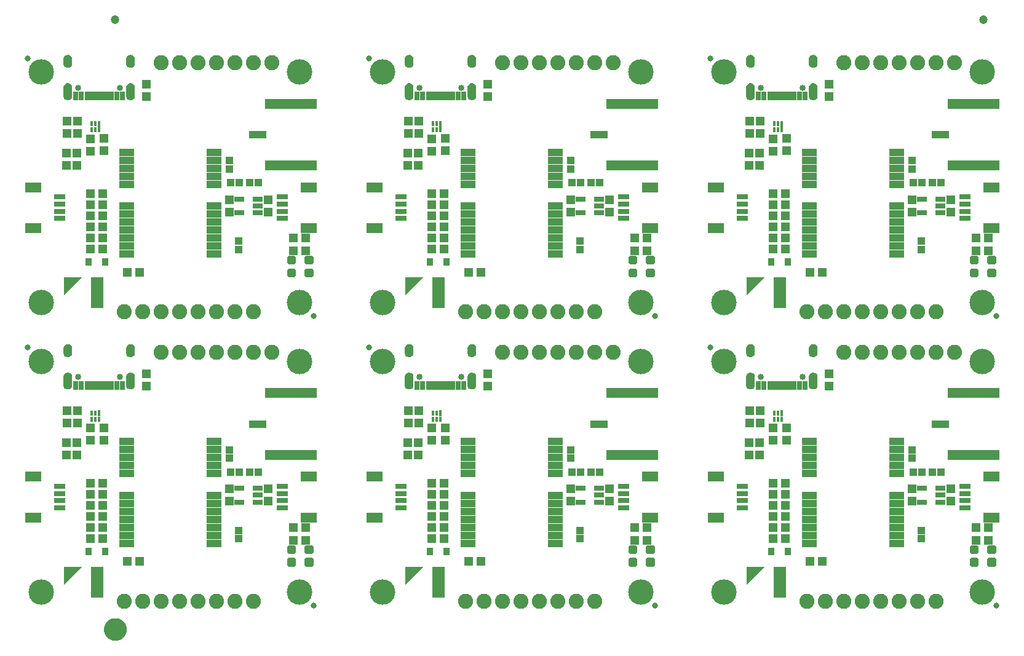
<source format=gts>
G04 EAGLE Gerber RS-274X export*
G75*
%MOMM*%
%FSLAX34Y34*%
%LPD*%
%INSoldermask Top*%
%IPPOS*%
%AMOC8*
5,1,8,0,0,1.08239X$1,22.5*%
G01*
%ADD10C,3.505200*%
%ADD11C,0.838200*%
%ADD12R,2.203200X1.403200*%
%ADD13R,1.553200X0.803200*%
%ADD14R,1.303200X1.203200*%
%ADD15R,1.700000X4.200000*%
%ADD16R,1.203200X1.303200*%
%ADD17C,0.505344*%
%ADD18R,0.833200X1.033200*%
%ADD19R,1.403200X0.753200*%
%ADD20C,2.082800*%
%ADD21R,2.003200X1.003200*%
%ADD22R,0.453200X0.813200*%
%ADD23R,0.453200X0.763200*%
%ADD24R,0.503200X1.203200*%
%ADD25R,0.803200X1.203200*%
%ADD26C,0.853200*%
%ADD27R,1.103200X1.053200*%
%ADD28R,7.203200X1.353200*%
%ADD29R,2.403200X1.103200*%
%ADD30R,1.053200X1.103200*%
%ADD31C,1.203200*%
%ADD32C,1.270000*%
%ADD33C,1.703200*%

G36*
X57026Y434103D02*
X57026Y434103D01*
X57053Y434099D01*
X57094Y434117D01*
X57136Y434126D01*
X57172Y434152D01*
X57181Y434156D01*
X57185Y434161D01*
X57196Y434170D01*
X81196Y458170D01*
X81217Y458208D01*
X81246Y458241D01*
X81250Y458268D01*
X81263Y458292D01*
X81260Y458336D01*
X81267Y458379D01*
X81256Y458405D01*
X81254Y458432D01*
X81228Y458467D01*
X81210Y458507D01*
X81187Y458522D01*
X81171Y458544D01*
X81130Y458560D01*
X81094Y458584D01*
X81050Y458591D01*
X81041Y458594D01*
X81034Y458593D01*
X81020Y458595D01*
X57020Y458595D01*
X57004Y458590D01*
X56987Y458593D01*
X56937Y458571D01*
X56886Y458556D01*
X56875Y458543D01*
X56859Y458536D01*
X56829Y458491D01*
X56794Y458451D01*
X56791Y458434D01*
X56782Y458420D01*
X56771Y458346D01*
X56771Y434346D01*
X56783Y434304D01*
X56786Y434260D01*
X56802Y434238D01*
X56810Y434212D01*
X56843Y434183D01*
X56869Y434148D01*
X56895Y434138D01*
X56915Y434120D01*
X56959Y434113D01*
X56999Y434098D01*
X57026Y434103D01*
G37*
G36*
X996826Y434103D02*
X996826Y434103D01*
X996853Y434099D01*
X996894Y434117D01*
X996936Y434126D01*
X996972Y434152D01*
X996981Y434156D01*
X996985Y434161D01*
X996996Y434170D01*
X1020996Y458170D01*
X1021017Y458208D01*
X1021046Y458241D01*
X1021050Y458268D01*
X1021063Y458292D01*
X1021060Y458336D01*
X1021067Y458379D01*
X1021056Y458405D01*
X1021054Y458432D01*
X1021028Y458467D01*
X1021010Y458507D01*
X1020987Y458522D01*
X1020971Y458544D01*
X1020930Y458560D01*
X1020894Y458584D01*
X1020850Y458591D01*
X1020841Y458594D01*
X1020834Y458593D01*
X1020820Y458595D01*
X996820Y458595D01*
X996804Y458590D01*
X996787Y458593D01*
X996737Y458571D01*
X996686Y458556D01*
X996675Y458543D01*
X996659Y458536D01*
X996629Y458491D01*
X996594Y458451D01*
X996591Y458434D01*
X996582Y458420D01*
X996571Y458346D01*
X996571Y434346D01*
X996583Y434304D01*
X996586Y434260D01*
X996602Y434238D01*
X996610Y434212D01*
X996643Y434183D01*
X996669Y434148D01*
X996695Y434138D01*
X996715Y434120D01*
X996759Y434113D01*
X996799Y434098D01*
X996826Y434103D01*
G37*
G36*
X526926Y434103D02*
X526926Y434103D01*
X526953Y434099D01*
X526994Y434117D01*
X527036Y434126D01*
X527072Y434152D01*
X527081Y434156D01*
X527085Y434161D01*
X527096Y434170D01*
X551096Y458170D01*
X551117Y458208D01*
X551146Y458241D01*
X551150Y458268D01*
X551163Y458292D01*
X551160Y458336D01*
X551167Y458379D01*
X551156Y458405D01*
X551154Y458432D01*
X551128Y458467D01*
X551110Y458507D01*
X551087Y458522D01*
X551071Y458544D01*
X551030Y458560D01*
X550994Y458584D01*
X550950Y458591D01*
X550941Y458594D01*
X550934Y458593D01*
X550920Y458595D01*
X526920Y458595D01*
X526904Y458590D01*
X526887Y458593D01*
X526837Y458571D01*
X526786Y458556D01*
X526775Y458543D01*
X526759Y458536D01*
X526729Y458491D01*
X526694Y458451D01*
X526691Y458434D01*
X526682Y458420D01*
X526671Y458346D01*
X526671Y434346D01*
X526683Y434304D01*
X526686Y434260D01*
X526702Y434238D01*
X526710Y434212D01*
X526743Y434183D01*
X526769Y434148D01*
X526795Y434138D01*
X526815Y434120D01*
X526859Y434113D01*
X526899Y434098D01*
X526926Y434103D01*
G37*
G36*
X996826Y35577D02*
X996826Y35577D01*
X996853Y35573D01*
X996894Y35591D01*
X996936Y35600D01*
X996972Y35626D01*
X996981Y35630D01*
X996985Y35635D01*
X996996Y35644D01*
X1020996Y59644D01*
X1021017Y59682D01*
X1021046Y59715D01*
X1021050Y59742D01*
X1021063Y59766D01*
X1021060Y59810D01*
X1021067Y59853D01*
X1021056Y59879D01*
X1021054Y59906D01*
X1021028Y59941D01*
X1021010Y59981D01*
X1020987Y59996D01*
X1020971Y60018D01*
X1020930Y60034D01*
X1020894Y60058D01*
X1020850Y60065D01*
X1020841Y60068D01*
X1020834Y60067D01*
X1020820Y60069D01*
X996820Y60069D01*
X996804Y60064D01*
X996787Y60067D01*
X996737Y60045D01*
X996686Y60030D01*
X996675Y60017D01*
X996659Y60010D01*
X996629Y59965D01*
X996594Y59925D01*
X996591Y59908D01*
X996582Y59894D01*
X996571Y59820D01*
X996571Y35820D01*
X996583Y35778D01*
X996586Y35734D01*
X996602Y35712D01*
X996610Y35686D01*
X996643Y35657D01*
X996669Y35622D01*
X996695Y35612D01*
X996715Y35594D01*
X996759Y35587D01*
X996799Y35572D01*
X996826Y35577D01*
G37*
G36*
X526926Y35577D02*
X526926Y35577D01*
X526953Y35573D01*
X526994Y35591D01*
X527036Y35600D01*
X527072Y35626D01*
X527081Y35630D01*
X527085Y35635D01*
X527096Y35644D01*
X551096Y59644D01*
X551117Y59682D01*
X551146Y59715D01*
X551150Y59742D01*
X551163Y59766D01*
X551160Y59810D01*
X551167Y59853D01*
X551156Y59879D01*
X551154Y59906D01*
X551128Y59941D01*
X551110Y59981D01*
X551087Y59996D01*
X551071Y60018D01*
X551030Y60034D01*
X550994Y60058D01*
X550950Y60065D01*
X550941Y60068D01*
X550934Y60067D01*
X550920Y60069D01*
X526920Y60069D01*
X526904Y60064D01*
X526887Y60067D01*
X526837Y60045D01*
X526786Y60030D01*
X526775Y60017D01*
X526759Y60010D01*
X526729Y59965D01*
X526694Y59925D01*
X526691Y59908D01*
X526682Y59894D01*
X526671Y59820D01*
X526671Y35820D01*
X526683Y35778D01*
X526686Y35734D01*
X526702Y35712D01*
X526710Y35686D01*
X526743Y35657D01*
X526769Y35622D01*
X526795Y35612D01*
X526815Y35594D01*
X526859Y35587D01*
X526899Y35572D01*
X526926Y35577D01*
G37*
G36*
X57026Y35577D02*
X57026Y35577D01*
X57053Y35573D01*
X57094Y35591D01*
X57136Y35600D01*
X57172Y35626D01*
X57181Y35630D01*
X57185Y35635D01*
X57196Y35644D01*
X81196Y59644D01*
X81217Y59682D01*
X81246Y59715D01*
X81250Y59742D01*
X81263Y59766D01*
X81260Y59810D01*
X81267Y59853D01*
X81256Y59879D01*
X81254Y59906D01*
X81228Y59941D01*
X81210Y59981D01*
X81187Y59996D01*
X81171Y60018D01*
X81130Y60034D01*
X81094Y60058D01*
X81050Y60065D01*
X81041Y60068D01*
X81034Y60067D01*
X81020Y60069D01*
X57020Y60069D01*
X57004Y60064D01*
X56987Y60067D01*
X56937Y60045D01*
X56886Y60030D01*
X56875Y60017D01*
X56859Y60010D01*
X56829Y59965D01*
X56794Y59925D01*
X56791Y59908D01*
X56782Y59894D01*
X56771Y59820D01*
X56771Y35820D01*
X56783Y35778D01*
X56786Y35734D01*
X56802Y35712D01*
X56810Y35686D01*
X56843Y35657D01*
X56869Y35622D01*
X56895Y35612D01*
X56915Y35594D01*
X56959Y35587D01*
X56999Y35572D01*
X57026Y35577D01*
G37*
G36*
X532990Y702772D02*
X532990Y702772D01*
X532995Y702777D01*
X532999Y702773D01*
X534096Y703060D01*
X534100Y703066D01*
X534105Y703063D01*
X535124Y703558D01*
X535127Y703564D01*
X535132Y703563D01*
X536035Y704247D01*
X536037Y704254D01*
X536042Y704254D01*
X536795Y705101D01*
X536795Y705108D01*
X536800Y705109D01*
X537373Y706086D01*
X537372Y706089D01*
X537373Y706090D01*
X537372Y706091D01*
X537372Y706093D01*
X537377Y706095D01*
X537748Y707166D01*
X537746Y707171D01*
X537749Y707173D01*
X537748Y707174D01*
X537750Y707175D01*
X537905Y708297D01*
X537902Y708302D01*
X537905Y708304D01*
X537905Y720304D01*
X537902Y720309D01*
X537905Y720312D01*
X537700Y721579D01*
X537694Y721585D01*
X537697Y721590D01*
X537215Y722779D01*
X537208Y722783D01*
X537210Y722789D01*
X536476Y723842D01*
X536468Y723844D01*
X536469Y723850D01*
X535519Y724713D01*
X535510Y724714D01*
X535510Y724719D01*
X534391Y725349D01*
X534383Y725348D01*
X534381Y725354D01*
X533151Y725719D01*
X533143Y725716D01*
X533140Y725721D01*
X531859Y725803D01*
X531853Y725803D01*
X530572Y725721D01*
X530566Y725715D01*
X530561Y725719D01*
X529331Y725354D01*
X529326Y725347D01*
X529321Y725349D01*
X528202Y724719D01*
X528199Y724712D01*
X528193Y724713D01*
X527243Y723850D01*
X527242Y723842D01*
X527236Y723842D01*
X526502Y722789D01*
X526502Y722781D01*
X526497Y722779D01*
X526015Y721590D01*
X526017Y721584D01*
X526013Y721581D01*
X526014Y721580D01*
X526012Y721579D01*
X525807Y720312D01*
X525810Y720307D01*
X525807Y720304D01*
X525807Y708304D01*
X525810Y708300D01*
X525807Y708297D01*
X525962Y707175D01*
X525967Y707170D01*
X525964Y707166D01*
X526335Y706095D01*
X526341Y706091D01*
X526339Y706086D01*
X526912Y705109D01*
X526918Y705106D01*
X526917Y705101D01*
X527670Y704254D01*
X527677Y704252D01*
X527677Y704247D01*
X528580Y703563D01*
X528587Y703563D01*
X528588Y703558D01*
X529607Y703063D01*
X529614Y703065D01*
X529616Y703060D01*
X530713Y702773D01*
X530719Y702776D01*
X530722Y702772D01*
X531853Y702705D01*
X531857Y702707D01*
X531859Y702705D01*
X532990Y702772D01*
G37*
G36*
X63090Y702772D02*
X63090Y702772D01*
X63095Y702777D01*
X63099Y702773D01*
X64196Y703060D01*
X64200Y703066D01*
X64205Y703063D01*
X65224Y703558D01*
X65227Y703564D01*
X65232Y703563D01*
X66135Y704247D01*
X66137Y704254D01*
X66142Y704254D01*
X66895Y705101D01*
X66895Y705108D01*
X66900Y705109D01*
X67473Y706086D01*
X67472Y706089D01*
X67473Y706090D01*
X67472Y706091D01*
X67472Y706093D01*
X67477Y706095D01*
X67848Y707166D01*
X67846Y707171D01*
X67849Y707173D01*
X67848Y707174D01*
X67850Y707175D01*
X68005Y708297D01*
X68002Y708302D01*
X68005Y708304D01*
X68005Y720304D01*
X68002Y720309D01*
X68005Y720312D01*
X67800Y721579D01*
X67794Y721585D01*
X67797Y721590D01*
X67315Y722779D01*
X67308Y722783D01*
X67310Y722789D01*
X66576Y723842D01*
X66568Y723844D01*
X66569Y723850D01*
X65619Y724713D01*
X65610Y724714D01*
X65610Y724719D01*
X64491Y725349D01*
X64483Y725348D01*
X64481Y725354D01*
X63251Y725719D01*
X63243Y725716D01*
X63240Y725721D01*
X61959Y725803D01*
X61953Y725803D01*
X60672Y725721D01*
X60666Y725715D01*
X60661Y725719D01*
X59431Y725354D01*
X59426Y725347D01*
X59421Y725349D01*
X58302Y724719D01*
X58299Y724712D01*
X58293Y724713D01*
X57343Y723850D01*
X57342Y723842D01*
X57336Y723842D01*
X56602Y722789D01*
X56602Y722781D01*
X56597Y722779D01*
X56115Y721590D01*
X56117Y721584D01*
X56113Y721581D01*
X56114Y721580D01*
X56112Y721579D01*
X55907Y720312D01*
X55910Y720307D01*
X55907Y720304D01*
X55907Y708304D01*
X55910Y708300D01*
X55907Y708297D01*
X56062Y707175D01*
X56067Y707170D01*
X56064Y707166D01*
X56435Y706095D01*
X56441Y706091D01*
X56439Y706086D01*
X57012Y705109D01*
X57018Y705106D01*
X57017Y705101D01*
X57770Y704254D01*
X57777Y704252D01*
X57777Y704247D01*
X58680Y703563D01*
X58687Y703563D01*
X58688Y703558D01*
X59707Y703063D01*
X59714Y703065D01*
X59716Y703060D01*
X60813Y702773D01*
X60819Y702776D01*
X60822Y702772D01*
X61953Y702705D01*
X61957Y702707D01*
X61959Y702705D01*
X63090Y702772D01*
G37*
G36*
X149490Y702772D02*
X149490Y702772D01*
X149495Y702777D01*
X149499Y702773D01*
X150596Y703060D01*
X150600Y703066D01*
X150605Y703063D01*
X151624Y703558D01*
X151627Y703564D01*
X151632Y703563D01*
X152535Y704247D01*
X152537Y704254D01*
X152542Y704254D01*
X153295Y705101D01*
X153295Y705108D01*
X153300Y705109D01*
X153873Y706086D01*
X153872Y706089D01*
X153873Y706090D01*
X153872Y706091D01*
X153872Y706093D01*
X153877Y706095D01*
X154248Y707166D01*
X154246Y707171D01*
X154249Y707173D01*
X154248Y707174D01*
X154250Y707175D01*
X154405Y708297D01*
X154402Y708302D01*
X154405Y708304D01*
X154405Y720304D01*
X154402Y720309D01*
X154405Y720312D01*
X154200Y721579D01*
X154194Y721585D01*
X154197Y721590D01*
X153715Y722779D01*
X153708Y722783D01*
X153710Y722789D01*
X152976Y723842D01*
X152968Y723844D01*
X152969Y723850D01*
X152019Y724713D01*
X152010Y724714D01*
X152010Y724719D01*
X150891Y725349D01*
X150883Y725348D01*
X150881Y725354D01*
X149651Y725719D01*
X149643Y725716D01*
X149640Y725721D01*
X148359Y725803D01*
X148353Y725803D01*
X147072Y725721D01*
X147066Y725715D01*
X147061Y725719D01*
X145831Y725354D01*
X145826Y725347D01*
X145821Y725349D01*
X144702Y724719D01*
X144699Y724712D01*
X144693Y724713D01*
X143743Y723850D01*
X143742Y723842D01*
X143736Y723842D01*
X143002Y722789D01*
X143002Y722781D01*
X142997Y722779D01*
X142515Y721590D01*
X142517Y721584D01*
X142513Y721581D01*
X142514Y721580D01*
X142512Y721579D01*
X142307Y720312D01*
X142310Y720307D01*
X142307Y720304D01*
X142307Y708304D01*
X142310Y708300D01*
X142307Y708297D01*
X142462Y707175D01*
X142467Y707170D01*
X142464Y707166D01*
X142835Y706095D01*
X142841Y706091D01*
X142839Y706086D01*
X143412Y705109D01*
X143418Y705106D01*
X143417Y705101D01*
X144170Y704254D01*
X144177Y704252D01*
X144177Y704247D01*
X145080Y703563D01*
X145087Y703563D01*
X145088Y703558D01*
X146107Y703063D01*
X146114Y703065D01*
X146116Y703060D01*
X147213Y702773D01*
X147219Y702776D01*
X147222Y702772D01*
X148353Y702705D01*
X148357Y702707D01*
X148359Y702705D01*
X149490Y702772D01*
G37*
G36*
X619390Y702772D02*
X619390Y702772D01*
X619395Y702777D01*
X619399Y702773D01*
X620496Y703060D01*
X620500Y703066D01*
X620505Y703063D01*
X621524Y703558D01*
X621527Y703564D01*
X621532Y703563D01*
X622435Y704247D01*
X622437Y704254D01*
X622442Y704254D01*
X623195Y705101D01*
X623195Y705108D01*
X623200Y705109D01*
X623773Y706086D01*
X623772Y706089D01*
X623773Y706090D01*
X623772Y706091D01*
X623772Y706093D01*
X623777Y706095D01*
X624148Y707166D01*
X624146Y707171D01*
X624149Y707173D01*
X624148Y707174D01*
X624150Y707175D01*
X624305Y708297D01*
X624302Y708302D01*
X624305Y708304D01*
X624305Y720304D01*
X624302Y720309D01*
X624305Y720312D01*
X624100Y721579D01*
X624094Y721585D01*
X624097Y721590D01*
X623615Y722779D01*
X623608Y722783D01*
X623610Y722789D01*
X622876Y723842D01*
X622868Y723844D01*
X622869Y723850D01*
X621919Y724713D01*
X621910Y724714D01*
X621910Y724719D01*
X620791Y725349D01*
X620783Y725348D01*
X620781Y725354D01*
X619551Y725719D01*
X619543Y725716D01*
X619540Y725721D01*
X618259Y725803D01*
X618253Y725803D01*
X616972Y725721D01*
X616966Y725715D01*
X616961Y725719D01*
X615731Y725354D01*
X615726Y725347D01*
X615721Y725349D01*
X614602Y724719D01*
X614599Y724712D01*
X614593Y724713D01*
X613643Y723850D01*
X613642Y723842D01*
X613636Y723842D01*
X612902Y722789D01*
X612902Y722781D01*
X612897Y722779D01*
X612415Y721590D01*
X612417Y721584D01*
X612413Y721581D01*
X612414Y721580D01*
X612412Y721579D01*
X612207Y720312D01*
X612210Y720307D01*
X612207Y720304D01*
X612207Y708304D01*
X612210Y708300D01*
X612207Y708297D01*
X612362Y707175D01*
X612367Y707170D01*
X612364Y707166D01*
X612735Y706095D01*
X612741Y706091D01*
X612739Y706086D01*
X613312Y705109D01*
X613318Y705106D01*
X613317Y705101D01*
X614070Y704254D01*
X614077Y704252D01*
X614077Y704247D01*
X614980Y703563D01*
X614987Y703563D01*
X614988Y703558D01*
X616007Y703063D01*
X616014Y703065D01*
X616016Y703060D01*
X617113Y702773D01*
X617119Y702776D01*
X617122Y702772D01*
X618253Y702705D01*
X618257Y702707D01*
X618259Y702705D01*
X619390Y702772D01*
G37*
G36*
X1089290Y702772D02*
X1089290Y702772D01*
X1089295Y702777D01*
X1089299Y702773D01*
X1090396Y703060D01*
X1090400Y703066D01*
X1090405Y703063D01*
X1091424Y703558D01*
X1091427Y703564D01*
X1091432Y703563D01*
X1092335Y704247D01*
X1092337Y704254D01*
X1092342Y704254D01*
X1093095Y705101D01*
X1093095Y705108D01*
X1093100Y705109D01*
X1093673Y706086D01*
X1093672Y706089D01*
X1093673Y706090D01*
X1093672Y706091D01*
X1093672Y706093D01*
X1093677Y706095D01*
X1094048Y707166D01*
X1094046Y707171D01*
X1094049Y707173D01*
X1094048Y707174D01*
X1094050Y707175D01*
X1094205Y708297D01*
X1094202Y708302D01*
X1094205Y708304D01*
X1094205Y720304D01*
X1094202Y720309D01*
X1094205Y720312D01*
X1094000Y721579D01*
X1093994Y721585D01*
X1093997Y721590D01*
X1093515Y722779D01*
X1093508Y722783D01*
X1093510Y722789D01*
X1092776Y723842D01*
X1092768Y723844D01*
X1092769Y723850D01*
X1091819Y724713D01*
X1091810Y724714D01*
X1091810Y724719D01*
X1090691Y725349D01*
X1090683Y725348D01*
X1090681Y725354D01*
X1089451Y725719D01*
X1089443Y725716D01*
X1089440Y725721D01*
X1088159Y725803D01*
X1088153Y725803D01*
X1086872Y725721D01*
X1086866Y725715D01*
X1086861Y725719D01*
X1085631Y725354D01*
X1085626Y725347D01*
X1085621Y725349D01*
X1084502Y724719D01*
X1084499Y724712D01*
X1084493Y724713D01*
X1083543Y723850D01*
X1083542Y723842D01*
X1083536Y723842D01*
X1082802Y722789D01*
X1082802Y722781D01*
X1082797Y722779D01*
X1082315Y721590D01*
X1082317Y721584D01*
X1082313Y721581D01*
X1082314Y721580D01*
X1082312Y721579D01*
X1082107Y720312D01*
X1082110Y720307D01*
X1082107Y720304D01*
X1082107Y708304D01*
X1082110Y708300D01*
X1082107Y708297D01*
X1082262Y707175D01*
X1082267Y707170D01*
X1082264Y707166D01*
X1082635Y706095D01*
X1082641Y706091D01*
X1082639Y706086D01*
X1083212Y705109D01*
X1083218Y705106D01*
X1083217Y705101D01*
X1083970Y704254D01*
X1083977Y704252D01*
X1083977Y704247D01*
X1084880Y703563D01*
X1084887Y703563D01*
X1084888Y703558D01*
X1085907Y703063D01*
X1085914Y703065D01*
X1085916Y703060D01*
X1087013Y702773D01*
X1087019Y702776D01*
X1087022Y702772D01*
X1088153Y702705D01*
X1088157Y702707D01*
X1088159Y702705D01*
X1089290Y702772D01*
G37*
G36*
X1002890Y702772D02*
X1002890Y702772D01*
X1002895Y702777D01*
X1002899Y702773D01*
X1003996Y703060D01*
X1004000Y703066D01*
X1004005Y703063D01*
X1005024Y703558D01*
X1005027Y703564D01*
X1005032Y703563D01*
X1005935Y704247D01*
X1005937Y704254D01*
X1005942Y704254D01*
X1006695Y705101D01*
X1006695Y705108D01*
X1006700Y705109D01*
X1007273Y706086D01*
X1007272Y706089D01*
X1007273Y706090D01*
X1007272Y706091D01*
X1007272Y706093D01*
X1007277Y706095D01*
X1007648Y707166D01*
X1007646Y707171D01*
X1007649Y707173D01*
X1007648Y707174D01*
X1007650Y707175D01*
X1007805Y708297D01*
X1007802Y708302D01*
X1007805Y708304D01*
X1007805Y720304D01*
X1007802Y720309D01*
X1007805Y720312D01*
X1007600Y721579D01*
X1007594Y721585D01*
X1007597Y721590D01*
X1007115Y722779D01*
X1007108Y722783D01*
X1007110Y722789D01*
X1006376Y723842D01*
X1006368Y723844D01*
X1006369Y723850D01*
X1005419Y724713D01*
X1005410Y724714D01*
X1005410Y724719D01*
X1004291Y725349D01*
X1004283Y725348D01*
X1004281Y725354D01*
X1003051Y725719D01*
X1003043Y725716D01*
X1003040Y725721D01*
X1001759Y725803D01*
X1001753Y725803D01*
X1000472Y725721D01*
X1000466Y725715D01*
X1000461Y725719D01*
X999231Y725354D01*
X999226Y725347D01*
X999221Y725349D01*
X998102Y724719D01*
X998099Y724712D01*
X998093Y724713D01*
X997143Y723850D01*
X997142Y723842D01*
X997136Y723842D01*
X996402Y722789D01*
X996402Y722781D01*
X996397Y722779D01*
X995915Y721590D01*
X995917Y721584D01*
X995913Y721581D01*
X995914Y721580D01*
X995912Y721579D01*
X995707Y720312D01*
X995710Y720307D01*
X995707Y720304D01*
X995707Y708304D01*
X995710Y708300D01*
X995707Y708297D01*
X995862Y707175D01*
X995867Y707170D01*
X995864Y707166D01*
X996235Y706095D01*
X996241Y706091D01*
X996239Y706086D01*
X996812Y705109D01*
X996818Y705106D01*
X996817Y705101D01*
X997570Y704254D01*
X997577Y704252D01*
X997577Y704247D01*
X998480Y703563D01*
X998487Y703563D01*
X998488Y703558D01*
X999507Y703063D01*
X999514Y703065D01*
X999516Y703060D01*
X1000613Y702773D01*
X1000619Y702776D01*
X1000622Y702772D01*
X1001753Y702705D01*
X1001757Y702707D01*
X1001759Y702705D01*
X1002890Y702772D01*
G37*
G36*
X63090Y304246D02*
X63090Y304246D01*
X63095Y304251D01*
X63099Y304247D01*
X64196Y304534D01*
X64200Y304540D01*
X64205Y304537D01*
X65224Y305032D01*
X65227Y305038D01*
X65232Y305037D01*
X66135Y305721D01*
X66137Y305728D01*
X66142Y305728D01*
X66895Y306575D01*
X66895Y306582D01*
X66900Y306583D01*
X67473Y307560D01*
X67472Y307563D01*
X67473Y307564D01*
X67472Y307565D01*
X67472Y307567D01*
X67477Y307569D01*
X67848Y308640D01*
X67846Y308645D01*
X67849Y308647D01*
X67848Y308648D01*
X67850Y308649D01*
X68005Y309771D01*
X68002Y309776D01*
X68005Y309778D01*
X68005Y321778D01*
X68002Y321783D01*
X68005Y321786D01*
X67800Y323053D01*
X67794Y323059D01*
X67797Y323064D01*
X67315Y324253D01*
X67308Y324257D01*
X67310Y324263D01*
X66576Y325316D01*
X66568Y325318D01*
X66569Y325324D01*
X65619Y326187D01*
X65610Y326188D01*
X65610Y326193D01*
X64491Y326823D01*
X64483Y326822D01*
X64481Y326828D01*
X63251Y327193D01*
X63243Y327190D01*
X63240Y327195D01*
X61959Y327277D01*
X61953Y327277D01*
X60672Y327195D01*
X60666Y327189D01*
X60661Y327193D01*
X59431Y326828D01*
X59426Y326821D01*
X59421Y326823D01*
X58302Y326193D01*
X58299Y326186D01*
X58293Y326187D01*
X57343Y325324D01*
X57342Y325316D01*
X57336Y325316D01*
X56602Y324263D01*
X56602Y324255D01*
X56597Y324253D01*
X56115Y323064D01*
X56117Y323058D01*
X56113Y323055D01*
X56114Y323054D01*
X56112Y323053D01*
X55907Y321786D01*
X55910Y321781D01*
X55907Y321778D01*
X55907Y309778D01*
X55910Y309774D01*
X55907Y309771D01*
X56062Y308649D01*
X56067Y308644D01*
X56064Y308640D01*
X56435Y307569D01*
X56441Y307565D01*
X56439Y307560D01*
X57012Y306583D01*
X57018Y306580D01*
X57017Y306575D01*
X57770Y305728D01*
X57777Y305726D01*
X57777Y305721D01*
X58680Y305037D01*
X58687Y305037D01*
X58688Y305032D01*
X59707Y304537D01*
X59714Y304539D01*
X59716Y304534D01*
X60813Y304247D01*
X60819Y304250D01*
X60822Y304246D01*
X61953Y304179D01*
X61957Y304181D01*
X61959Y304179D01*
X63090Y304246D01*
G37*
G36*
X532990Y304246D02*
X532990Y304246D01*
X532995Y304251D01*
X532999Y304247D01*
X534096Y304534D01*
X534100Y304540D01*
X534105Y304537D01*
X535124Y305032D01*
X535127Y305038D01*
X535132Y305037D01*
X536035Y305721D01*
X536037Y305728D01*
X536042Y305728D01*
X536795Y306575D01*
X536795Y306582D01*
X536800Y306583D01*
X537373Y307560D01*
X537372Y307563D01*
X537373Y307564D01*
X537372Y307565D01*
X537372Y307567D01*
X537377Y307569D01*
X537748Y308640D01*
X537746Y308645D01*
X537749Y308647D01*
X537748Y308648D01*
X537750Y308649D01*
X537905Y309771D01*
X537902Y309776D01*
X537905Y309778D01*
X537905Y321778D01*
X537902Y321783D01*
X537905Y321786D01*
X537700Y323053D01*
X537694Y323059D01*
X537697Y323064D01*
X537215Y324253D01*
X537208Y324257D01*
X537210Y324263D01*
X536476Y325316D01*
X536468Y325318D01*
X536469Y325324D01*
X535519Y326187D01*
X535510Y326188D01*
X535510Y326193D01*
X534391Y326823D01*
X534383Y326822D01*
X534381Y326828D01*
X533151Y327193D01*
X533143Y327190D01*
X533140Y327195D01*
X531859Y327277D01*
X531853Y327277D01*
X530572Y327195D01*
X530566Y327189D01*
X530561Y327193D01*
X529331Y326828D01*
X529326Y326821D01*
X529321Y326823D01*
X528202Y326193D01*
X528199Y326186D01*
X528193Y326187D01*
X527243Y325324D01*
X527242Y325316D01*
X527236Y325316D01*
X526502Y324263D01*
X526502Y324255D01*
X526497Y324253D01*
X526015Y323064D01*
X526017Y323058D01*
X526013Y323055D01*
X526014Y323054D01*
X526012Y323053D01*
X525807Y321786D01*
X525810Y321781D01*
X525807Y321778D01*
X525807Y309778D01*
X525810Y309774D01*
X525807Y309771D01*
X525962Y308649D01*
X525967Y308644D01*
X525964Y308640D01*
X526335Y307569D01*
X526341Y307565D01*
X526339Y307560D01*
X526912Y306583D01*
X526918Y306580D01*
X526917Y306575D01*
X527670Y305728D01*
X527677Y305726D01*
X527677Y305721D01*
X528580Y305037D01*
X528587Y305037D01*
X528588Y305032D01*
X529607Y304537D01*
X529614Y304539D01*
X529616Y304534D01*
X530713Y304247D01*
X530719Y304250D01*
X530722Y304246D01*
X531853Y304179D01*
X531857Y304181D01*
X531859Y304179D01*
X532990Y304246D01*
G37*
G36*
X619390Y304246D02*
X619390Y304246D01*
X619395Y304251D01*
X619399Y304247D01*
X620496Y304534D01*
X620500Y304540D01*
X620505Y304537D01*
X621524Y305032D01*
X621527Y305038D01*
X621532Y305037D01*
X622435Y305721D01*
X622437Y305728D01*
X622442Y305728D01*
X623195Y306575D01*
X623195Y306582D01*
X623200Y306583D01*
X623773Y307560D01*
X623772Y307563D01*
X623773Y307564D01*
X623772Y307565D01*
X623772Y307567D01*
X623777Y307569D01*
X624148Y308640D01*
X624146Y308645D01*
X624149Y308647D01*
X624148Y308648D01*
X624150Y308649D01*
X624305Y309771D01*
X624302Y309776D01*
X624305Y309778D01*
X624305Y321778D01*
X624302Y321783D01*
X624305Y321786D01*
X624100Y323053D01*
X624094Y323059D01*
X624097Y323064D01*
X623615Y324253D01*
X623608Y324257D01*
X623610Y324263D01*
X622876Y325316D01*
X622868Y325318D01*
X622869Y325324D01*
X621919Y326187D01*
X621910Y326188D01*
X621910Y326193D01*
X620791Y326823D01*
X620783Y326822D01*
X620781Y326828D01*
X619551Y327193D01*
X619543Y327190D01*
X619540Y327195D01*
X618259Y327277D01*
X618253Y327277D01*
X616972Y327195D01*
X616966Y327189D01*
X616961Y327193D01*
X615731Y326828D01*
X615726Y326821D01*
X615721Y326823D01*
X614602Y326193D01*
X614599Y326186D01*
X614593Y326187D01*
X613643Y325324D01*
X613642Y325316D01*
X613636Y325316D01*
X612902Y324263D01*
X612902Y324255D01*
X612897Y324253D01*
X612415Y323064D01*
X612417Y323058D01*
X612413Y323055D01*
X612414Y323054D01*
X612412Y323053D01*
X612207Y321786D01*
X612210Y321781D01*
X612207Y321778D01*
X612207Y309778D01*
X612210Y309774D01*
X612207Y309771D01*
X612362Y308649D01*
X612367Y308644D01*
X612364Y308640D01*
X612735Y307569D01*
X612741Y307565D01*
X612739Y307560D01*
X613312Y306583D01*
X613318Y306580D01*
X613317Y306575D01*
X614070Y305728D01*
X614077Y305726D01*
X614077Y305721D01*
X614980Y305037D01*
X614987Y305037D01*
X614988Y305032D01*
X616007Y304537D01*
X616014Y304539D01*
X616016Y304534D01*
X617113Y304247D01*
X617119Y304250D01*
X617122Y304246D01*
X618253Y304179D01*
X618257Y304181D01*
X618259Y304179D01*
X619390Y304246D01*
G37*
G36*
X1089290Y304246D02*
X1089290Y304246D01*
X1089295Y304251D01*
X1089299Y304247D01*
X1090396Y304534D01*
X1090400Y304540D01*
X1090405Y304537D01*
X1091424Y305032D01*
X1091427Y305038D01*
X1091432Y305037D01*
X1092335Y305721D01*
X1092337Y305728D01*
X1092342Y305728D01*
X1093095Y306575D01*
X1093095Y306582D01*
X1093100Y306583D01*
X1093673Y307560D01*
X1093672Y307563D01*
X1093673Y307564D01*
X1093672Y307565D01*
X1093672Y307567D01*
X1093677Y307569D01*
X1094048Y308640D01*
X1094046Y308645D01*
X1094049Y308647D01*
X1094048Y308648D01*
X1094050Y308649D01*
X1094205Y309771D01*
X1094202Y309776D01*
X1094205Y309778D01*
X1094205Y321778D01*
X1094202Y321783D01*
X1094205Y321786D01*
X1094000Y323053D01*
X1093994Y323059D01*
X1093997Y323064D01*
X1093515Y324253D01*
X1093508Y324257D01*
X1093510Y324263D01*
X1092776Y325316D01*
X1092768Y325318D01*
X1092769Y325324D01*
X1091819Y326187D01*
X1091810Y326188D01*
X1091810Y326193D01*
X1090691Y326823D01*
X1090683Y326822D01*
X1090681Y326828D01*
X1089451Y327193D01*
X1089443Y327190D01*
X1089440Y327195D01*
X1088159Y327277D01*
X1088153Y327277D01*
X1086872Y327195D01*
X1086866Y327189D01*
X1086861Y327193D01*
X1085631Y326828D01*
X1085626Y326821D01*
X1085621Y326823D01*
X1084502Y326193D01*
X1084499Y326186D01*
X1084493Y326187D01*
X1083543Y325324D01*
X1083542Y325316D01*
X1083536Y325316D01*
X1082802Y324263D01*
X1082802Y324255D01*
X1082797Y324253D01*
X1082315Y323064D01*
X1082317Y323058D01*
X1082313Y323055D01*
X1082314Y323054D01*
X1082312Y323053D01*
X1082107Y321786D01*
X1082110Y321781D01*
X1082107Y321778D01*
X1082107Y309778D01*
X1082110Y309774D01*
X1082107Y309771D01*
X1082262Y308649D01*
X1082267Y308644D01*
X1082264Y308640D01*
X1082635Y307569D01*
X1082641Y307565D01*
X1082639Y307560D01*
X1083212Y306583D01*
X1083218Y306580D01*
X1083217Y306575D01*
X1083970Y305728D01*
X1083977Y305726D01*
X1083977Y305721D01*
X1084880Y305037D01*
X1084887Y305037D01*
X1084888Y305032D01*
X1085907Y304537D01*
X1085914Y304539D01*
X1085916Y304534D01*
X1087013Y304247D01*
X1087019Y304250D01*
X1087022Y304246D01*
X1088153Y304179D01*
X1088157Y304181D01*
X1088159Y304179D01*
X1089290Y304246D01*
G37*
G36*
X1002890Y304246D02*
X1002890Y304246D01*
X1002895Y304251D01*
X1002899Y304247D01*
X1003996Y304534D01*
X1004000Y304540D01*
X1004005Y304537D01*
X1005024Y305032D01*
X1005027Y305038D01*
X1005032Y305037D01*
X1005935Y305721D01*
X1005937Y305728D01*
X1005942Y305728D01*
X1006695Y306575D01*
X1006695Y306582D01*
X1006700Y306583D01*
X1007273Y307560D01*
X1007272Y307563D01*
X1007273Y307564D01*
X1007272Y307565D01*
X1007272Y307567D01*
X1007277Y307569D01*
X1007648Y308640D01*
X1007646Y308645D01*
X1007649Y308647D01*
X1007648Y308648D01*
X1007650Y308649D01*
X1007805Y309771D01*
X1007802Y309776D01*
X1007805Y309778D01*
X1007805Y321778D01*
X1007802Y321783D01*
X1007805Y321786D01*
X1007600Y323053D01*
X1007594Y323059D01*
X1007597Y323064D01*
X1007115Y324253D01*
X1007108Y324257D01*
X1007110Y324263D01*
X1006376Y325316D01*
X1006368Y325318D01*
X1006369Y325324D01*
X1005419Y326187D01*
X1005410Y326188D01*
X1005410Y326193D01*
X1004291Y326823D01*
X1004283Y326822D01*
X1004281Y326828D01*
X1003051Y327193D01*
X1003043Y327190D01*
X1003040Y327195D01*
X1001759Y327277D01*
X1001753Y327277D01*
X1000472Y327195D01*
X1000466Y327189D01*
X1000461Y327193D01*
X999231Y326828D01*
X999226Y326821D01*
X999221Y326823D01*
X998102Y326193D01*
X998099Y326186D01*
X998093Y326187D01*
X997143Y325324D01*
X997142Y325316D01*
X997136Y325316D01*
X996402Y324263D01*
X996402Y324255D01*
X996397Y324253D01*
X995915Y323064D01*
X995917Y323058D01*
X995913Y323055D01*
X995914Y323054D01*
X995912Y323053D01*
X995707Y321786D01*
X995710Y321781D01*
X995707Y321778D01*
X995707Y309778D01*
X995710Y309774D01*
X995707Y309771D01*
X995862Y308649D01*
X995867Y308644D01*
X995864Y308640D01*
X996235Y307569D01*
X996241Y307565D01*
X996239Y307560D01*
X996812Y306583D01*
X996818Y306580D01*
X996817Y306575D01*
X997570Y305728D01*
X997577Y305726D01*
X997577Y305721D01*
X998480Y305037D01*
X998487Y305037D01*
X998488Y305032D01*
X999507Y304537D01*
X999514Y304539D01*
X999516Y304534D01*
X1000613Y304247D01*
X1000619Y304250D01*
X1000622Y304246D01*
X1001753Y304179D01*
X1001757Y304181D01*
X1001759Y304179D01*
X1002890Y304246D01*
G37*
G36*
X149490Y304246D02*
X149490Y304246D01*
X149495Y304251D01*
X149499Y304247D01*
X150596Y304534D01*
X150600Y304540D01*
X150605Y304537D01*
X151624Y305032D01*
X151627Y305038D01*
X151632Y305037D01*
X152535Y305721D01*
X152537Y305728D01*
X152542Y305728D01*
X153295Y306575D01*
X153295Y306582D01*
X153300Y306583D01*
X153873Y307560D01*
X153872Y307563D01*
X153873Y307564D01*
X153872Y307565D01*
X153872Y307567D01*
X153877Y307569D01*
X154248Y308640D01*
X154246Y308645D01*
X154249Y308647D01*
X154248Y308648D01*
X154250Y308649D01*
X154405Y309771D01*
X154402Y309776D01*
X154405Y309778D01*
X154405Y321778D01*
X154402Y321783D01*
X154405Y321786D01*
X154200Y323053D01*
X154194Y323059D01*
X154197Y323064D01*
X153715Y324253D01*
X153708Y324257D01*
X153710Y324263D01*
X152976Y325316D01*
X152968Y325318D01*
X152969Y325324D01*
X152019Y326187D01*
X152010Y326188D01*
X152010Y326193D01*
X150891Y326823D01*
X150883Y326822D01*
X150881Y326828D01*
X149651Y327193D01*
X149643Y327190D01*
X149640Y327195D01*
X148359Y327277D01*
X148353Y327277D01*
X147072Y327195D01*
X147066Y327189D01*
X147061Y327193D01*
X145831Y326828D01*
X145826Y326821D01*
X145821Y326823D01*
X144702Y326193D01*
X144699Y326186D01*
X144693Y326187D01*
X143743Y325324D01*
X143742Y325316D01*
X143736Y325316D01*
X143002Y324263D01*
X143002Y324255D01*
X142997Y324253D01*
X142515Y323064D01*
X142517Y323058D01*
X142513Y323055D01*
X142514Y323054D01*
X142512Y323053D01*
X142307Y321786D01*
X142310Y321781D01*
X142307Y321778D01*
X142307Y309778D01*
X142310Y309774D01*
X142307Y309771D01*
X142462Y308649D01*
X142467Y308644D01*
X142464Y308640D01*
X142835Y307569D01*
X142841Y307565D01*
X142839Y307560D01*
X143412Y306583D01*
X143418Y306580D01*
X143417Y306575D01*
X144170Y305728D01*
X144177Y305726D01*
X144177Y305721D01*
X145080Y305037D01*
X145087Y305037D01*
X145088Y305032D01*
X146107Y304537D01*
X146114Y304539D01*
X146116Y304534D01*
X147213Y304247D01*
X147219Y304250D01*
X147222Y304246D01*
X148353Y304179D01*
X148357Y304181D01*
X148359Y304179D01*
X149490Y304246D01*
G37*
G36*
X1001758Y747009D02*
X1001758Y747009D01*
X1001762Y747005D01*
X1003102Y747162D01*
X1003108Y747167D01*
X1003113Y747164D01*
X1004384Y747615D01*
X1004389Y747622D01*
X1004394Y747620D01*
X1005533Y748342D01*
X1005536Y748350D01*
X1005542Y748349D01*
X1006492Y749307D01*
X1006493Y749315D01*
X1006499Y749316D01*
X1007212Y750461D01*
X1007211Y750470D01*
X1007217Y750471D01*
X1007657Y751747D01*
X1007655Y751754D01*
X1007659Y751757D01*
X1007805Y753099D01*
X1007803Y753102D01*
X1007805Y753104D01*
X1007805Y759104D01*
X1007803Y759108D01*
X1007805Y759110D01*
X1007650Y760439D01*
X1007644Y760445D01*
X1007647Y760449D01*
X1007200Y761710D01*
X1007193Y761715D01*
X1007195Y761720D01*
X1006478Y762850D01*
X1006471Y762853D01*
X1006472Y762859D01*
X1005522Y763801D01*
X1005513Y763802D01*
X1005513Y763808D01*
X1004377Y764515D01*
X1004369Y764514D01*
X1004367Y764520D01*
X1003102Y764956D01*
X1003094Y764954D01*
X1003092Y764959D01*
X1001761Y765103D01*
X1001755Y765099D01*
X1001751Y765103D01*
X1000585Y764993D01*
X1000580Y764988D01*
X1000576Y764991D01*
X999453Y764656D01*
X999449Y764650D01*
X999445Y764652D01*
X998409Y764104D01*
X998406Y764098D01*
X998401Y764099D01*
X997493Y763360D01*
X997491Y763353D01*
X997486Y763353D01*
X996739Y762451D01*
X996739Y762444D01*
X996734Y762443D01*
X996177Y761412D01*
X996178Y761405D01*
X996173Y761403D01*
X995829Y760284D01*
X995831Y760277D01*
X995827Y760274D01*
X995707Y759109D01*
X995709Y759106D01*
X995707Y759104D01*
X995707Y753104D01*
X995709Y753101D01*
X995707Y753099D01*
X995818Y751923D01*
X995823Y751918D01*
X995820Y751914D01*
X996158Y750782D01*
X996164Y750778D01*
X996162Y750773D01*
X996714Y749729D01*
X996721Y749726D01*
X996719Y749721D01*
X997465Y748805D01*
X997472Y748804D01*
X997472Y748798D01*
X998382Y748045D01*
X998389Y748045D01*
X998390Y748040D01*
X999429Y747479D01*
X999436Y747480D01*
X999438Y747475D01*
X1000567Y747128D01*
X1000573Y747130D01*
X1000576Y747126D01*
X1001751Y747005D01*
X1001758Y747009D01*
G37*
G36*
X148358Y747009D02*
X148358Y747009D01*
X148362Y747005D01*
X149702Y747162D01*
X149708Y747167D01*
X149713Y747164D01*
X150984Y747615D01*
X150989Y747622D01*
X150994Y747620D01*
X152133Y748342D01*
X152136Y748350D01*
X152142Y748349D01*
X153092Y749307D01*
X153093Y749315D01*
X153099Y749316D01*
X153812Y750461D01*
X153811Y750470D01*
X153817Y750471D01*
X154257Y751747D01*
X154255Y751754D01*
X154259Y751757D01*
X154405Y753099D01*
X154403Y753102D01*
X154405Y753104D01*
X154405Y759104D01*
X154403Y759108D01*
X154405Y759110D01*
X154250Y760439D01*
X154244Y760445D01*
X154247Y760449D01*
X153800Y761710D01*
X153793Y761715D01*
X153795Y761720D01*
X153078Y762850D01*
X153071Y762853D01*
X153072Y762859D01*
X152122Y763801D01*
X152113Y763802D01*
X152113Y763808D01*
X150977Y764515D01*
X150969Y764514D01*
X150967Y764520D01*
X149702Y764956D01*
X149694Y764954D01*
X149692Y764959D01*
X148361Y765103D01*
X148355Y765099D01*
X148351Y765103D01*
X147185Y764993D01*
X147180Y764988D01*
X147176Y764991D01*
X146053Y764656D01*
X146049Y764650D01*
X146045Y764652D01*
X145009Y764104D01*
X145006Y764098D01*
X145001Y764099D01*
X144093Y763360D01*
X144091Y763353D01*
X144086Y763353D01*
X143339Y762451D01*
X143339Y762444D01*
X143334Y762443D01*
X142777Y761412D01*
X142778Y761405D01*
X142773Y761403D01*
X142429Y760284D01*
X142431Y760277D01*
X142427Y760274D01*
X142307Y759109D01*
X142309Y759106D01*
X142307Y759104D01*
X142307Y753104D01*
X142309Y753101D01*
X142307Y753099D01*
X142418Y751923D01*
X142423Y751918D01*
X142420Y751914D01*
X142758Y750782D01*
X142764Y750778D01*
X142762Y750773D01*
X143314Y749729D01*
X143321Y749726D01*
X143319Y749721D01*
X144065Y748805D01*
X144072Y748804D01*
X144072Y748798D01*
X144982Y748045D01*
X144989Y748045D01*
X144990Y748040D01*
X146029Y747479D01*
X146036Y747480D01*
X146038Y747475D01*
X147167Y747128D01*
X147173Y747130D01*
X147176Y747126D01*
X148351Y747005D01*
X148358Y747009D01*
G37*
G36*
X61958Y747009D02*
X61958Y747009D01*
X61962Y747005D01*
X63302Y747162D01*
X63308Y747167D01*
X63313Y747164D01*
X64584Y747615D01*
X64589Y747622D01*
X64594Y747620D01*
X65733Y748342D01*
X65736Y748350D01*
X65742Y748349D01*
X66692Y749307D01*
X66693Y749315D01*
X66699Y749316D01*
X67412Y750461D01*
X67411Y750470D01*
X67417Y750471D01*
X67857Y751747D01*
X67855Y751754D01*
X67859Y751757D01*
X68005Y753099D01*
X68003Y753102D01*
X68005Y753104D01*
X68005Y759104D01*
X68003Y759108D01*
X68005Y759110D01*
X67850Y760439D01*
X67844Y760445D01*
X67847Y760449D01*
X67400Y761710D01*
X67393Y761715D01*
X67395Y761720D01*
X66678Y762850D01*
X66671Y762853D01*
X66672Y762859D01*
X65722Y763801D01*
X65713Y763802D01*
X65713Y763808D01*
X64577Y764515D01*
X64569Y764514D01*
X64567Y764520D01*
X63302Y764956D01*
X63294Y764954D01*
X63292Y764959D01*
X61961Y765103D01*
X61955Y765099D01*
X61951Y765103D01*
X60785Y764993D01*
X60780Y764988D01*
X60776Y764991D01*
X59653Y764656D01*
X59649Y764650D01*
X59645Y764652D01*
X58609Y764104D01*
X58606Y764098D01*
X58601Y764099D01*
X57693Y763360D01*
X57691Y763353D01*
X57686Y763353D01*
X56939Y762451D01*
X56939Y762444D01*
X56934Y762443D01*
X56377Y761412D01*
X56378Y761405D01*
X56373Y761403D01*
X56029Y760284D01*
X56031Y760277D01*
X56027Y760274D01*
X55907Y759109D01*
X55909Y759106D01*
X55907Y759104D01*
X55907Y753104D01*
X55909Y753101D01*
X55907Y753099D01*
X56018Y751923D01*
X56023Y751918D01*
X56020Y751914D01*
X56358Y750782D01*
X56364Y750778D01*
X56362Y750773D01*
X56914Y749729D01*
X56921Y749726D01*
X56919Y749721D01*
X57665Y748805D01*
X57672Y748804D01*
X57672Y748798D01*
X58582Y748045D01*
X58589Y748045D01*
X58590Y748040D01*
X59629Y747479D01*
X59636Y747480D01*
X59638Y747475D01*
X60767Y747128D01*
X60773Y747130D01*
X60776Y747126D01*
X61951Y747005D01*
X61958Y747009D01*
G37*
G36*
X1088158Y747009D02*
X1088158Y747009D01*
X1088162Y747005D01*
X1089502Y747162D01*
X1089508Y747167D01*
X1089513Y747164D01*
X1090784Y747615D01*
X1090789Y747622D01*
X1090794Y747620D01*
X1091933Y748342D01*
X1091936Y748350D01*
X1091942Y748349D01*
X1092892Y749307D01*
X1092893Y749315D01*
X1092899Y749316D01*
X1093612Y750461D01*
X1093611Y750470D01*
X1093617Y750471D01*
X1094057Y751747D01*
X1094055Y751754D01*
X1094059Y751757D01*
X1094205Y753099D01*
X1094203Y753102D01*
X1094205Y753104D01*
X1094205Y759104D01*
X1094203Y759108D01*
X1094205Y759110D01*
X1094050Y760439D01*
X1094044Y760445D01*
X1094047Y760449D01*
X1093600Y761710D01*
X1093593Y761715D01*
X1093595Y761720D01*
X1092878Y762850D01*
X1092871Y762853D01*
X1092872Y762859D01*
X1091922Y763801D01*
X1091913Y763802D01*
X1091913Y763808D01*
X1090777Y764515D01*
X1090769Y764514D01*
X1090767Y764520D01*
X1089502Y764956D01*
X1089494Y764954D01*
X1089492Y764959D01*
X1088161Y765103D01*
X1088155Y765099D01*
X1088151Y765103D01*
X1086985Y764993D01*
X1086980Y764988D01*
X1086976Y764991D01*
X1085853Y764656D01*
X1085849Y764650D01*
X1085845Y764652D01*
X1084809Y764104D01*
X1084806Y764098D01*
X1084801Y764099D01*
X1083893Y763360D01*
X1083891Y763353D01*
X1083886Y763353D01*
X1083139Y762451D01*
X1083139Y762444D01*
X1083134Y762443D01*
X1082577Y761412D01*
X1082578Y761405D01*
X1082573Y761403D01*
X1082229Y760284D01*
X1082231Y760277D01*
X1082227Y760274D01*
X1082107Y759109D01*
X1082109Y759106D01*
X1082107Y759104D01*
X1082107Y753104D01*
X1082109Y753101D01*
X1082107Y753099D01*
X1082218Y751923D01*
X1082223Y751918D01*
X1082220Y751914D01*
X1082558Y750782D01*
X1082564Y750778D01*
X1082562Y750773D01*
X1083114Y749729D01*
X1083121Y749726D01*
X1083119Y749721D01*
X1083865Y748805D01*
X1083872Y748804D01*
X1083872Y748798D01*
X1084782Y748045D01*
X1084789Y748045D01*
X1084790Y748040D01*
X1085829Y747479D01*
X1085836Y747480D01*
X1085838Y747475D01*
X1086967Y747128D01*
X1086973Y747130D01*
X1086976Y747126D01*
X1088151Y747005D01*
X1088158Y747009D01*
G37*
G36*
X618258Y747009D02*
X618258Y747009D01*
X618262Y747005D01*
X619602Y747162D01*
X619608Y747167D01*
X619613Y747164D01*
X620884Y747615D01*
X620889Y747622D01*
X620894Y747620D01*
X622033Y748342D01*
X622036Y748350D01*
X622042Y748349D01*
X622992Y749307D01*
X622993Y749315D01*
X622999Y749316D01*
X623712Y750461D01*
X623711Y750470D01*
X623717Y750471D01*
X624157Y751747D01*
X624155Y751754D01*
X624159Y751757D01*
X624305Y753099D01*
X624303Y753102D01*
X624305Y753104D01*
X624305Y759104D01*
X624303Y759108D01*
X624305Y759110D01*
X624150Y760439D01*
X624144Y760445D01*
X624147Y760449D01*
X623700Y761710D01*
X623693Y761715D01*
X623695Y761720D01*
X622978Y762850D01*
X622971Y762853D01*
X622972Y762859D01*
X622022Y763801D01*
X622013Y763802D01*
X622013Y763808D01*
X620877Y764515D01*
X620869Y764514D01*
X620867Y764520D01*
X619602Y764956D01*
X619594Y764954D01*
X619592Y764959D01*
X618261Y765103D01*
X618255Y765099D01*
X618251Y765103D01*
X617085Y764993D01*
X617080Y764988D01*
X617076Y764991D01*
X615953Y764656D01*
X615949Y764650D01*
X615945Y764652D01*
X614909Y764104D01*
X614906Y764098D01*
X614901Y764099D01*
X613993Y763360D01*
X613991Y763353D01*
X613986Y763353D01*
X613239Y762451D01*
X613239Y762444D01*
X613234Y762443D01*
X612677Y761412D01*
X612678Y761405D01*
X612673Y761403D01*
X612329Y760284D01*
X612331Y760277D01*
X612327Y760274D01*
X612207Y759109D01*
X612209Y759106D01*
X612207Y759104D01*
X612207Y753104D01*
X612209Y753101D01*
X612207Y753099D01*
X612318Y751923D01*
X612323Y751918D01*
X612320Y751914D01*
X612658Y750782D01*
X612664Y750778D01*
X612662Y750773D01*
X613214Y749729D01*
X613221Y749726D01*
X613219Y749721D01*
X613965Y748805D01*
X613972Y748804D01*
X613972Y748798D01*
X614882Y748045D01*
X614889Y748045D01*
X614890Y748040D01*
X615929Y747479D01*
X615936Y747480D01*
X615938Y747475D01*
X617067Y747128D01*
X617073Y747130D01*
X617076Y747126D01*
X618251Y747005D01*
X618258Y747009D01*
G37*
G36*
X531858Y747009D02*
X531858Y747009D01*
X531862Y747005D01*
X533202Y747162D01*
X533208Y747167D01*
X533213Y747164D01*
X534484Y747615D01*
X534489Y747622D01*
X534494Y747620D01*
X535633Y748342D01*
X535636Y748350D01*
X535642Y748349D01*
X536592Y749307D01*
X536593Y749315D01*
X536599Y749316D01*
X537312Y750461D01*
X537311Y750470D01*
X537317Y750471D01*
X537757Y751747D01*
X537755Y751754D01*
X537759Y751757D01*
X537905Y753099D01*
X537903Y753102D01*
X537905Y753104D01*
X537905Y759104D01*
X537903Y759108D01*
X537905Y759110D01*
X537750Y760439D01*
X537744Y760445D01*
X537747Y760449D01*
X537300Y761710D01*
X537293Y761715D01*
X537295Y761720D01*
X536578Y762850D01*
X536571Y762853D01*
X536572Y762859D01*
X535622Y763801D01*
X535613Y763802D01*
X535613Y763808D01*
X534477Y764515D01*
X534469Y764514D01*
X534467Y764520D01*
X533202Y764956D01*
X533194Y764954D01*
X533192Y764959D01*
X531861Y765103D01*
X531855Y765099D01*
X531851Y765103D01*
X530685Y764993D01*
X530680Y764988D01*
X530676Y764991D01*
X529553Y764656D01*
X529549Y764650D01*
X529545Y764652D01*
X528509Y764104D01*
X528506Y764098D01*
X528501Y764099D01*
X527593Y763360D01*
X527591Y763353D01*
X527586Y763353D01*
X526839Y762451D01*
X526839Y762444D01*
X526834Y762443D01*
X526277Y761412D01*
X526278Y761405D01*
X526273Y761403D01*
X525929Y760284D01*
X525931Y760277D01*
X525927Y760274D01*
X525807Y759109D01*
X525809Y759106D01*
X525807Y759104D01*
X525807Y753104D01*
X525809Y753101D01*
X525807Y753099D01*
X525918Y751923D01*
X525923Y751918D01*
X525920Y751914D01*
X526258Y750782D01*
X526264Y750778D01*
X526262Y750773D01*
X526814Y749729D01*
X526821Y749726D01*
X526819Y749721D01*
X527565Y748805D01*
X527572Y748804D01*
X527572Y748798D01*
X528482Y748045D01*
X528489Y748045D01*
X528490Y748040D01*
X529529Y747479D01*
X529536Y747480D01*
X529538Y747475D01*
X530667Y747128D01*
X530673Y747130D01*
X530676Y747126D01*
X531851Y747005D01*
X531858Y747009D01*
G37*
G36*
X1088158Y348483D02*
X1088158Y348483D01*
X1088162Y348479D01*
X1089502Y348636D01*
X1089508Y348641D01*
X1089513Y348638D01*
X1090784Y349089D01*
X1090789Y349096D01*
X1090794Y349094D01*
X1091933Y349816D01*
X1091936Y349824D01*
X1091942Y349823D01*
X1092892Y350781D01*
X1092893Y350789D01*
X1092899Y350790D01*
X1093612Y351935D01*
X1093611Y351944D01*
X1093617Y351945D01*
X1094057Y353221D01*
X1094055Y353228D01*
X1094059Y353231D01*
X1094205Y354573D01*
X1094203Y354576D01*
X1094205Y354578D01*
X1094205Y360578D01*
X1094203Y360582D01*
X1094205Y360584D01*
X1094050Y361913D01*
X1094044Y361919D01*
X1094047Y361923D01*
X1093600Y363184D01*
X1093593Y363189D01*
X1093595Y363194D01*
X1092878Y364324D01*
X1092871Y364327D01*
X1092872Y364333D01*
X1091922Y365275D01*
X1091913Y365276D01*
X1091913Y365282D01*
X1090777Y365989D01*
X1090769Y365988D01*
X1090767Y365994D01*
X1089502Y366430D01*
X1089494Y366428D01*
X1089492Y366433D01*
X1088161Y366577D01*
X1088155Y366573D01*
X1088151Y366577D01*
X1086985Y366467D01*
X1086980Y366462D01*
X1086976Y366465D01*
X1085853Y366130D01*
X1085849Y366124D01*
X1085845Y366126D01*
X1084809Y365578D01*
X1084806Y365572D01*
X1084801Y365573D01*
X1083893Y364834D01*
X1083891Y364827D01*
X1083886Y364827D01*
X1083139Y363925D01*
X1083139Y363918D01*
X1083134Y363917D01*
X1082577Y362886D01*
X1082578Y362879D01*
X1082573Y362877D01*
X1082229Y361758D01*
X1082231Y361751D01*
X1082227Y361748D01*
X1082107Y360583D01*
X1082109Y360580D01*
X1082107Y360578D01*
X1082107Y354578D01*
X1082109Y354575D01*
X1082107Y354573D01*
X1082218Y353397D01*
X1082223Y353392D01*
X1082220Y353388D01*
X1082558Y352256D01*
X1082564Y352252D01*
X1082562Y352247D01*
X1083114Y351203D01*
X1083121Y351200D01*
X1083119Y351195D01*
X1083865Y350279D01*
X1083872Y350278D01*
X1083872Y350272D01*
X1084782Y349519D01*
X1084789Y349519D01*
X1084790Y349514D01*
X1085829Y348953D01*
X1085836Y348954D01*
X1085838Y348949D01*
X1086967Y348602D01*
X1086973Y348604D01*
X1086976Y348600D01*
X1088151Y348479D01*
X1088158Y348483D01*
G37*
G36*
X531858Y348483D02*
X531858Y348483D01*
X531862Y348479D01*
X533202Y348636D01*
X533208Y348641D01*
X533213Y348638D01*
X534484Y349089D01*
X534489Y349096D01*
X534494Y349094D01*
X535633Y349816D01*
X535636Y349824D01*
X535642Y349823D01*
X536592Y350781D01*
X536593Y350789D01*
X536599Y350790D01*
X537312Y351935D01*
X537311Y351944D01*
X537317Y351945D01*
X537757Y353221D01*
X537755Y353228D01*
X537759Y353231D01*
X537905Y354573D01*
X537903Y354576D01*
X537905Y354578D01*
X537905Y360578D01*
X537903Y360582D01*
X537905Y360584D01*
X537750Y361913D01*
X537744Y361919D01*
X537747Y361923D01*
X537300Y363184D01*
X537293Y363189D01*
X537295Y363194D01*
X536578Y364324D01*
X536571Y364327D01*
X536572Y364333D01*
X535622Y365275D01*
X535613Y365276D01*
X535613Y365282D01*
X534477Y365989D01*
X534469Y365988D01*
X534467Y365994D01*
X533202Y366430D01*
X533194Y366428D01*
X533192Y366433D01*
X531861Y366577D01*
X531855Y366573D01*
X531851Y366577D01*
X530685Y366467D01*
X530680Y366462D01*
X530676Y366465D01*
X529553Y366130D01*
X529549Y366124D01*
X529545Y366126D01*
X528509Y365578D01*
X528506Y365572D01*
X528501Y365573D01*
X527593Y364834D01*
X527591Y364827D01*
X527586Y364827D01*
X526839Y363925D01*
X526839Y363918D01*
X526834Y363917D01*
X526277Y362886D01*
X526278Y362879D01*
X526273Y362877D01*
X525929Y361758D01*
X525931Y361751D01*
X525927Y361748D01*
X525807Y360583D01*
X525809Y360580D01*
X525807Y360578D01*
X525807Y354578D01*
X525809Y354575D01*
X525807Y354573D01*
X525918Y353397D01*
X525923Y353392D01*
X525920Y353388D01*
X526258Y352256D01*
X526264Y352252D01*
X526262Y352247D01*
X526814Y351203D01*
X526821Y351200D01*
X526819Y351195D01*
X527565Y350279D01*
X527572Y350278D01*
X527572Y350272D01*
X528482Y349519D01*
X528489Y349519D01*
X528490Y349514D01*
X529529Y348953D01*
X529536Y348954D01*
X529538Y348949D01*
X530667Y348602D01*
X530673Y348604D01*
X530676Y348600D01*
X531851Y348479D01*
X531858Y348483D01*
G37*
G36*
X148358Y348483D02*
X148358Y348483D01*
X148362Y348479D01*
X149702Y348636D01*
X149708Y348641D01*
X149713Y348638D01*
X150984Y349089D01*
X150989Y349096D01*
X150994Y349094D01*
X152133Y349816D01*
X152136Y349824D01*
X152142Y349823D01*
X153092Y350781D01*
X153093Y350789D01*
X153099Y350790D01*
X153812Y351935D01*
X153811Y351944D01*
X153817Y351945D01*
X154257Y353221D01*
X154255Y353228D01*
X154259Y353231D01*
X154405Y354573D01*
X154403Y354576D01*
X154405Y354578D01*
X154405Y360578D01*
X154403Y360582D01*
X154405Y360584D01*
X154250Y361913D01*
X154244Y361919D01*
X154247Y361923D01*
X153800Y363184D01*
X153793Y363189D01*
X153795Y363194D01*
X153078Y364324D01*
X153071Y364327D01*
X153072Y364333D01*
X152122Y365275D01*
X152113Y365276D01*
X152113Y365282D01*
X150977Y365989D01*
X150969Y365988D01*
X150967Y365994D01*
X149702Y366430D01*
X149694Y366428D01*
X149692Y366433D01*
X148361Y366577D01*
X148355Y366573D01*
X148351Y366577D01*
X147185Y366467D01*
X147180Y366462D01*
X147176Y366465D01*
X146053Y366130D01*
X146049Y366124D01*
X146045Y366126D01*
X145009Y365578D01*
X145006Y365572D01*
X145001Y365573D01*
X144093Y364834D01*
X144091Y364827D01*
X144086Y364827D01*
X143339Y363925D01*
X143339Y363918D01*
X143334Y363917D01*
X142777Y362886D01*
X142778Y362879D01*
X142773Y362877D01*
X142429Y361758D01*
X142431Y361751D01*
X142427Y361748D01*
X142307Y360583D01*
X142309Y360580D01*
X142307Y360578D01*
X142307Y354578D01*
X142309Y354575D01*
X142307Y354573D01*
X142418Y353397D01*
X142423Y353392D01*
X142420Y353388D01*
X142758Y352256D01*
X142764Y352252D01*
X142762Y352247D01*
X143314Y351203D01*
X143321Y351200D01*
X143319Y351195D01*
X144065Y350279D01*
X144072Y350278D01*
X144072Y350272D01*
X144982Y349519D01*
X144989Y349519D01*
X144990Y349514D01*
X146029Y348953D01*
X146036Y348954D01*
X146038Y348949D01*
X147167Y348602D01*
X147173Y348604D01*
X147176Y348600D01*
X148351Y348479D01*
X148358Y348483D01*
G37*
G36*
X61958Y348483D02*
X61958Y348483D01*
X61962Y348479D01*
X63302Y348636D01*
X63308Y348641D01*
X63313Y348638D01*
X64584Y349089D01*
X64589Y349096D01*
X64594Y349094D01*
X65733Y349816D01*
X65736Y349824D01*
X65742Y349823D01*
X66692Y350781D01*
X66693Y350789D01*
X66699Y350790D01*
X67412Y351935D01*
X67411Y351944D01*
X67417Y351945D01*
X67857Y353221D01*
X67855Y353228D01*
X67859Y353231D01*
X68005Y354573D01*
X68003Y354576D01*
X68005Y354578D01*
X68005Y360578D01*
X68003Y360582D01*
X68005Y360584D01*
X67850Y361913D01*
X67844Y361919D01*
X67847Y361923D01*
X67400Y363184D01*
X67393Y363189D01*
X67395Y363194D01*
X66678Y364324D01*
X66671Y364327D01*
X66672Y364333D01*
X65722Y365275D01*
X65713Y365276D01*
X65713Y365282D01*
X64577Y365989D01*
X64569Y365988D01*
X64567Y365994D01*
X63302Y366430D01*
X63294Y366428D01*
X63292Y366433D01*
X61961Y366577D01*
X61955Y366573D01*
X61951Y366577D01*
X60785Y366467D01*
X60780Y366462D01*
X60776Y366465D01*
X59653Y366130D01*
X59649Y366124D01*
X59645Y366126D01*
X58609Y365578D01*
X58606Y365572D01*
X58601Y365573D01*
X57693Y364834D01*
X57691Y364827D01*
X57686Y364827D01*
X56939Y363925D01*
X56939Y363918D01*
X56934Y363917D01*
X56377Y362886D01*
X56378Y362879D01*
X56373Y362877D01*
X56029Y361758D01*
X56031Y361751D01*
X56027Y361748D01*
X55907Y360583D01*
X55909Y360580D01*
X55907Y360578D01*
X55907Y354578D01*
X55909Y354575D01*
X55907Y354573D01*
X56018Y353397D01*
X56023Y353392D01*
X56020Y353388D01*
X56358Y352256D01*
X56364Y352252D01*
X56362Y352247D01*
X56914Y351203D01*
X56921Y351200D01*
X56919Y351195D01*
X57665Y350279D01*
X57672Y350278D01*
X57672Y350272D01*
X58582Y349519D01*
X58589Y349519D01*
X58590Y349514D01*
X59629Y348953D01*
X59636Y348954D01*
X59638Y348949D01*
X60767Y348602D01*
X60773Y348604D01*
X60776Y348600D01*
X61951Y348479D01*
X61958Y348483D01*
G37*
G36*
X618258Y348483D02*
X618258Y348483D01*
X618262Y348479D01*
X619602Y348636D01*
X619608Y348641D01*
X619613Y348638D01*
X620884Y349089D01*
X620889Y349096D01*
X620894Y349094D01*
X622033Y349816D01*
X622036Y349824D01*
X622042Y349823D01*
X622992Y350781D01*
X622993Y350789D01*
X622999Y350790D01*
X623712Y351935D01*
X623711Y351944D01*
X623717Y351945D01*
X624157Y353221D01*
X624155Y353228D01*
X624159Y353231D01*
X624305Y354573D01*
X624303Y354576D01*
X624305Y354578D01*
X624305Y360578D01*
X624303Y360582D01*
X624305Y360584D01*
X624150Y361913D01*
X624144Y361919D01*
X624147Y361923D01*
X623700Y363184D01*
X623693Y363189D01*
X623695Y363194D01*
X622978Y364324D01*
X622971Y364327D01*
X622972Y364333D01*
X622022Y365275D01*
X622013Y365276D01*
X622013Y365282D01*
X620877Y365989D01*
X620869Y365988D01*
X620867Y365994D01*
X619602Y366430D01*
X619594Y366428D01*
X619592Y366433D01*
X618261Y366577D01*
X618255Y366573D01*
X618251Y366577D01*
X617085Y366467D01*
X617080Y366462D01*
X617076Y366465D01*
X615953Y366130D01*
X615949Y366124D01*
X615945Y366126D01*
X614909Y365578D01*
X614906Y365572D01*
X614901Y365573D01*
X613993Y364834D01*
X613991Y364827D01*
X613986Y364827D01*
X613239Y363925D01*
X613239Y363918D01*
X613234Y363917D01*
X612677Y362886D01*
X612678Y362879D01*
X612673Y362877D01*
X612329Y361758D01*
X612331Y361751D01*
X612327Y361748D01*
X612207Y360583D01*
X612209Y360580D01*
X612207Y360578D01*
X612207Y354578D01*
X612209Y354575D01*
X612207Y354573D01*
X612318Y353397D01*
X612323Y353392D01*
X612320Y353388D01*
X612658Y352256D01*
X612664Y352252D01*
X612662Y352247D01*
X613214Y351203D01*
X613221Y351200D01*
X613219Y351195D01*
X613965Y350279D01*
X613972Y350278D01*
X613972Y350272D01*
X614882Y349519D01*
X614889Y349519D01*
X614890Y349514D01*
X615929Y348953D01*
X615936Y348954D01*
X615938Y348949D01*
X617067Y348602D01*
X617073Y348604D01*
X617076Y348600D01*
X618251Y348479D01*
X618258Y348483D01*
G37*
G36*
X1001758Y348483D02*
X1001758Y348483D01*
X1001762Y348479D01*
X1003102Y348636D01*
X1003108Y348641D01*
X1003113Y348638D01*
X1004384Y349089D01*
X1004389Y349096D01*
X1004394Y349094D01*
X1005533Y349816D01*
X1005536Y349824D01*
X1005542Y349823D01*
X1006492Y350781D01*
X1006493Y350789D01*
X1006499Y350790D01*
X1007212Y351935D01*
X1007211Y351944D01*
X1007217Y351945D01*
X1007657Y353221D01*
X1007655Y353228D01*
X1007659Y353231D01*
X1007805Y354573D01*
X1007803Y354576D01*
X1007805Y354578D01*
X1007805Y360578D01*
X1007803Y360582D01*
X1007805Y360584D01*
X1007650Y361913D01*
X1007644Y361919D01*
X1007647Y361923D01*
X1007200Y363184D01*
X1007193Y363189D01*
X1007195Y363194D01*
X1006478Y364324D01*
X1006471Y364327D01*
X1006472Y364333D01*
X1005522Y365275D01*
X1005513Y365276D01*
X1005513Y365282D01*
X1004377Y365989D01*
X1004369Y365988D01*
X1004367Y365994D01*
X1003102Y366430D01*
X1003094Y366428D01*
X1003092Y366433D01*
X1001761Y366577D01*
X1001755Y366573D01*
X1001751Y366577D01*
X1000585Y366467D01*
X1000580Y366462D01*
X1000576Y366465D01*
X999453Y366130D01*
X999449Y366124D01*
X999445Y366126D01*
X998409Y365578D01*
X998406Y365572D01*
X998401Y365573D01*
X997493Y364834D01*
X997491Y364827D01*
X997486Y364827D01*
X996739Y363925D01*
X996739Y363918D01*
X996734Y363917D01*
X996177Y362886D01*
X996178Y362879D01*
X996173Y362877D01*
X995829Y361758D01*
X995831Y361751D01*
X995827Y361748D01*
X995707Y360583D01*
X995709Y360580D01*
X995707Y360578D01*
X995707Y354578D01*
X995709Y354575D01*
X995707Y354573D01*
X995818Y353397D01*
X995823Y353392D01*
X995820Y353388D01*
X996158Y352256D01*
X996164Y352252D01*
X996162Y352247D01*
X996714Y351203D01*
X996721Y351200D01*
X996719Y351195D01*
X997465Y350279D01*
X997472Y350278D01*
X997472Y350272D01*
X998382Y349519D01*
X998389Y349519D01*
X998390Y349514D01*
X999429Y348953D01*
X999436Y348954D01*
X999438Y348949D01*
X1000567Y348602D01*
X1000573Y348604D01*
X1000576Y348600D01*
X1001751Y348479D01*
X1001758Y348483D01*
G37*
D10*
X25400Y342646D03*
D11*
X400050Y6350D03*
X6350Y361696D03*
D12*
X14050Y183956D03*
X14050Y127956D03*
D13*
X50800Y170956D03*
X50800Y160956D03*
X50800Y150956D03*
X50800Y140956D03*
D12*
X393620Y127956D03*
X393620Y183956D03*
D13*
X356870Y140956D03*
X356870Y150956D03*
X356870Y160956D03*
X356870Y170956D03*
D14*
X110100Y144526D03*
X93100Y144526D03*
X110100Y129286D03*
X93100Y129286D03*
X93100Y114046D03*
X110100Y114046D03*
D15*
X102320Y39020D03*
D16*
X59944Y214258D03*
X59944Y231258D03*
X74676Y214258D03*
X74676Y231258D03*
D17*
X366334Y69650D02*
X373314Y69650D01*
X373314Y62670D01*
X366334Y62670D01*
X366334Y69650D01*
X366334Y67470D02*
X373314Y67470D01*
X373314Y87190D02*
X366334Y87190D01*
X373314Y87190D02*
X373314Y80210D01*
X366334Y80210D01*
X366334Y87190D01*
X366334Y85010D02*
X373314Y85010D01*
D18*
X90100Y81026D03*
X113100Y81026D03*
D14*
X110100Y98806D03*
X93100Y98806D03*
X372500Y96520D03*
X389500Y96520D03*
X110100Y175006D03*
X93100Y175006D03*
X110100Y159766D03*
X93100Y159766D03*
D10*
X25400Y25400D03*
X381000Y25400D03*
D16*
X283972Y149996D03*
X283972Y166996D03*
D14*
X160900Y67056D03*
X143900Y67056D03*
D17*
X390464Y69650D02*
X397444Y69650D01*
X397444Y62670D01*
X390464Y62670D01*
X390464Y69650D01*
X390464Y67470D02*
X397444Y67470D01*
X397444Y87190D02*
X390464Y87190D01*
X397444Y87190D02*
X397444Y80210D01*
X390464Y80210D01*
X390464Y87190D01*
X390464Y85010D02*
X397444Y85010D01*
D14*
X389500Y114046D03*
X372500Y114046D03*
D19*
X323643Y148996D03*
X323643Y158496D03*
X323643Y167996D03*
X297641Y167996D03*
X297641Y148996D03*
D16*
X337312Y166996D03*
X337312Y149996D03*
X92964Y250816D03*
X92964Y233816D03*
X111252Y251324D03*
X111252Y234324D03*
X169672Y326000D03*
X169672Y309000D03*
D20*
X215900Y12700D03*
X190500Y12700D03*
X165100Y12700D03*
X139700Y12700D03*
X190500Y355600D03*
X215900Y355600D03*
X241300Y355600D03*
X266700Y355600D03*
X292100Y355600D03*
X317500Y355600D03*
X342900Y355600D03*
D21*
X263200Y92306D03*
X263200Y103306D03*
X263200Y114306D03*
X263200Y125306D03*
X263200Y136306D03*
X263200Y147306D03*
X263200Y158306D03*
X263200Y188306D03*
X263200Y199306D03*
X263200Y210306D03*
X263200Y221306D03*
X263200Y232306D03*
X143200Y232306D03*
X143200Y221306D03*
X143200Y210306D03*
X143200Y199306D03*
X143200Y188306D03*
X143200Y158306D03*
X143200Y147306D03*
X143200Y136306D03*
X143200Y125306D03*
X143200Y114306D03*
X143200Y103306D03*
X143200Y92306D03*
D22*
X105076Y271258D03*
D23*
X100076Y271508D03*
X95076Y271508D03*
X95076Y262908D03*
X100076Y262908D03*
X105076Y262908D03*
D20*
X241300Y12700D03*
X266700Y12700D03*
X292100Y12700D03*
X317500Y12700D03*
D24*
X97656Y309978D03*
X102656Y309978D03*
D25*
X72906Y309978D03*
X80656Y309978D03*
D24*
X87656Y309978D03*
X92656Y309978D03*
X112656Y309978D03*
X107656Y309978D03*
D25*
X137406Y309978D03*
X129656Y309978D03*
D24*
X122656Y309978D03*
X117656Y309978D03*
D26*
X134056Y321028D03*
X76256Y321028D03*
D16*
X75184Y257946D03*
X75184Y274946D03*
X60452Y257946D03*
X60452Y274946D03*
D27*
X297180Y109940D03*
X297180Y98340D03*
D28*
X369114Y299040D03*
D29*
X323114Y256540D03*
D28*
X369114Y214040D03*
D27*
X283972Y220938D03*
X283972Y209338D03*
D30*
X312716Y190500D03*
X324316Y190500D03*
X297900Y190500D03*
X286300Y190500D03*
D10*
X381000Y342646D03*
X495300Y342646D03*
D11*
X869950Y6350D03*
X476250Y361696D03*
D12*
X483950Y183956D03*
X483950Y127956D03*
D13*
X520700Y170956D03*
X520700Y160956D03*
X520700Y150956D03*
X520700Y140956D03*
D12*
X863520Y127956D03*
X863520Y183956D03*
D13*
X826770Y140956D03*
X826770Y150956D03*
X826770Y160956D03*
X826770Y170956D03*
D14*
X580000Y144526D03*
X563000Y144526D03*
X580000Y129286D03*
X563000Y129286D03*
X563000Y114046D03*
X580000Y114046D03*
D15*
X572220Y39020D03*
D16*
X529844Y214258D03*
X529844Y231258D03*
X544576Y214258D03*
X544576Y231258D03*
D17*
X836234Y69650D02*
X843214Y69650D01*
X843214Y62670D01*
X836234Y62670D01*
X836234Y69650D01*
X836234Y67470D02*
X843214Y67470D01*
X843214Y87190D02*
X836234Y87190D01*
X843214Y87190D02*
X843214Y80210D01*
X836234Y80210D01*
X836234Y87190D01*
X836234Y85010D02*
X843214Y85010D01*
D18*
X560000Y81026D03*
X583000Y81026D03*
D14*
X580000Y98806D03*
X563000Y98806D03*
X842400Y96520D03*
X859400Y96520D03*
X580000Y175006D03*
X563000Y175006D03*
X580000Y159766D03*
X563000Y159766D03*
D10*
X495300Y25400D03*
X850900Y25400D03*
D16*
X753872Y149996D03*
X753872Y166996D03*
D14*
X630800Y67056D03*
X613800Y67056D03*
D17*
X860364Y69650D02*
X867344Y69650D01*
X867344Y62670D01*
X860364Y62670D01*
X860364Y69650D01*
X860364Y67470D02*
X867344Y67470D01*
X867344Y87190D02*
X860364Y87190D01*
X867344Y87190D02*
X867344Y80210D01*
X860364Y80210D01*
X860364Y87190D01*
X860364Y85010D02*
X867344Y85010D01*
D14*
X859400Y114046D03*
X842400Y114046D03*
D19*
X793543Y148996D03*
X793543Y158496D03*
X793543Y167996D03*
X767541Y167996D03*
X767541Y148996D03*
D16*
X807212Y166996D03*
X807212Y149996D03*
X562864Y250816D03*
X562864Y233816D03*
X581152Y251324D03*
X581152Y234324D03*
X639572Y326000D03*
X639572Y309000D03*
D20*
X685800Y12700D03*
X660400Y12700D03*
X635000Y12700D03*
X609600Y12700D03*
X660400Y355600D03*
X685800Y355600D03*
X711200Y355600D03*
X736600Y355600D03*
X762000Y355600D03*
X787400Y355600D03*
X812800Y355600D03*
D21*
X733100Y92306D03*
X733100Y103306D03*
X733100Y114306D03*
X733100Y125306D03*
X733100Y136306D03*
X733100Y147306D03*
X733100Y158306D03*
X733100Y188306D03*
X733100Y199306D03*
X733100Y210306D03*
X733100Y221306D03*
X733100Y232306D03*
X613100Y232306D03*
X613100Y221306D03*
X613100Y210306D03*
X613100Y199306D03*
X613100Y188306D03*
X613100Y158306D03*
X613100Y147306D03*
X613100Y136306D03*
X613100Y125306D03*
X613100Y114306D03*
X613100Y103306D03*
X613100Y92306D03*
D22*
X574976Y271258D03*
D23*
X569976Y271508D03*
X564976Y271508D03*
X564976Y262908D03*
X569976Y262908D03*
X574976Y262908D03*
D20*
X711200Y12700D03*
X736600Y12700D03*
X762000Y12700D03*
X787400Y12700D03*
D24*
X567556Y309978D03*
X572556Y309978D03*
D25*
X542806Y309978D03*
X550556Y309978D03*
D24*
X557556Y309978D03*
X562556Y309978D03*
X582556Y309978D03*
X577556Y309978D03*
D25*
X607306Y309978D03*
X599556Y309978D03*
D24*
X592556Y309978D03*
X587556Y309978D03*
D26*
X603956Y321028D03*
X546156Y321028D03*
D16*
X545084Y257946D03*
X545084Y274946D03*
X530352Y257946D03*
X530352Y274946D03*
D27*
X767080Y109940D03*
X767080Y98340D03*
D28*
X839014Y299040D03*
D29*
X793014Y256540D03*
D28*
X839014Y214040D03*
D27*
X753872Y220938D03*
X753872Y209338D03*
D30*
X782616Y190500D03*
X794216Y190500D03*
X767800Y190500D03*
X756200Y190500D03*
D10*
X850900Y342646D03*
X965200Y342646D03*
D11*
X1339850Y6350D03*
X946150Y361696D03*
D12*
X953850Y183956D03*
X953850Y127956D03*
D13*
X990600Y170956D03*
X990600Y160956D03*
X990600Y150956D03*
X990600Y140956D03*
D12*
X1333420Y127956D03*
X1333420Y183956D03*
D13*
X1296670Y140956D03*
X1296670Y150956D03*
X1296670Y160956D03*
X1296670Y170956D03*
D14*
X1049900Y144526D03*
X1032900Y144526D03*
X1049900Y129286D03*
X1032900Y129286D03*
X1032900Y114046D03*
X1049900Y114046D03*
D15*
X1042120Y39020D03*
D16*
X999744Y214258D03*
X999744Y231258D03*
X1014476Y214258D03*
X1014476Y231258D03*
D17*
X1306134Y69650D02*
X1313114Y69650D01*
X1313114Y62670D01*
X1306134Y62670D01*
X1306134Y69650D01*
X1306134Y67470D02*
X1313114Y67470D01*
X1313114Y87190D02*
X1306134Y87190D01*
X1313114Y87190D02*
X1313114Y80210D01*
X1306134Y80210D01*
X1306134Y87190D01*
X1306134Y85010D02*
X1313114Y85010D01*
D18*
X1029900Y81026D03*
X1052900Y81026D03*
D14*
X1049900Y98806D03*
X1032900Y98806D03*
X1312300Y96520D03*
X1329300Y96520D03*
X1049900Y175006D03*
X1032900Y175006D03*
X1049900Y159766D03*
X1032900Y159766D03*
D10*
X965200Y25400D03*
X1320800Y25400D03*
D16*
X1223772Y149996D03*
X1223772Y166996D03*
D14*
X1100700Y67056D03*
X1083700Y67056D03*
D17*
X1330264Y69650D02*
X1337244Y69650D01*
X1337244Y62670D01*
X1330264Y62670D01*
X1330264Y69650D01*
X1330264Y67470D02*
X1337244Y67470D01*
X1337244Y87190D02*
X1330264Y87190D01*
X1337244Y87190D02*
X1337244Y80210D01*
X1330264Y80210D01*
X1330264Y87190D01*
X1330264Y85010D02*
X1337244Y85010D01*
D14*
X1329300Y114046D03*
X1312300Y114046D03*
D19*
X1263443Y148996D03*
X1263443Y158496D03*
X1263443Y167996D03*
X1237441Y167996D03*
X1237441Y148996D03*
D16*
X1277112Y166996D03*
X1277112Y149996D03*
X1032764Y250816D03*
X1032764Y233816D03*
X1051052Y251324D03*
X1051052Y234324D03*
X1109472Y326000D03*
X1109472Y309000D03*
D20*
X1155700Y12700D03*
X1130300Y12700D03*
X1104900Y12700D03*
X1079500Y12700D03*
X1130300Y355600D03*
X1155700Y355600D03*
X1181100Y355600D03*
X1206500Y355600D03*
X1231900Y355600D03*
X1257300Y355600D03*
X1282700Y355600D03*
D21*
X1203000Y92306D03*
X1203000Y103306D03*
X1203000Y114306D03*
X1203000Y125306D03*
X1203000Y136306D03*
X1203000Y147306D03*
X1203000Y158306D03*
X1203000Y188306D03*
X1203000Y199306D03*
X1203000Y210306D03*
X1203000Y221306D03*
X1203000Y232306D03*
X1083000Y232306D03*
X1083000Y221306D03*
X1083000Y210306D03*
X1083000Y199306D03*
X1083000Y188306D03*
X1083000Y158306D03*
X1083000Y147306D03*
X1083000Y136306D03*
X1083000Y125306D03*
X1083000Y114306D03*
X1083000Y103306D03*
X1083000Y92306D03*
D22*
X1044876Y271258D03*
D23*
X1039876Y271508D03*
X1034876Y271508D03*
X1034876Y262908D03*
X1039876Y262908D03*
X1044876Y262908D03*
D20*
X1181100Y12700D03*
X1206500Y12700D03*
X1231900Y12700D03*
X1257300Y12700D03*
D24*
X1037456Y309978D03*
X1042456Y309978D03*
D25*
X1012706Y309978D03*
X1020456Y309978D03*
D24*
X1027456Y309978D03*
X1032456Y309978D03*
X1052456Y309978D03*
X1047456Y309978D03*
D25*
X1077206Y309978D03*
X1069456Y309978D03*
D24*
X1062456Y309978D03*
X1057456Y309978D03*
D26*
X1073856Y321028D03*
X1016056Y321028D03*
D16*
X1014984Y257946D03*
X1014984Y274946D03*
X1000252Y257946D03*
X1000252Y274946D03*
D27*
X1236980Y109940D03*
X1236980Y98340D03*
D28*
X1308914Y299040D03*
D29*
X1262914Y256540D03*
D28*
X1308914Y214040D03*
D27*
X1223772Y220938D03*
X1223772Y209338D03*
D30*
X1252516Y190500D03*
X1264116Y190500D03*
X1237700Y190500D03*
X1226100Y190500D03*
D10*
X1320800Y342646D03*
X25400Y741172D03*
D11*
X400050Y404876D03*
X6350Y760222D03*
D12*
X14050Y582482D03*
X14050Y526482D03*
D13*
X50800Y569482D03*
X50800Y559482D03*
X50800Y549482D03*
X50800Y539482D03*
D12*
X393620Y526482D03*
X393620Y582482D03*
D13*
X356870Y539482D03*
X356870Y549482D03*
X356870Y559482D03*
X356870Y569482D03*
D14*
X110100Y543052D03*
X93100Y543052D03*
X110100Y527812D03*
X93100Y527812D03*
X93100Y512572D03*
X110100Y512572D03*
D15*
X102320Y437546D03*
D16*
X59944Y612784D03*
X59944Y629784D03*
X74676Y612784D03*
X74676Y629784D03*
D17*
X366334Y468176D02*
X373314Y468176D01*
X373314Y461196D01*
X366334Y461196D01*
X366334Y468176D01*
X366334Y465996D02*
X373314Y465996D01*
X373314Y485716D02*
X366334Y485716D01*
X373314Y485716D02*
X373314Y478736D01*
X366334Y478736D01*
X366334Y485716D01*
X366334Y483536D02*
X373314Y483536D01*
D18*
X90100Y479552D03*
X113100Y479552D03*
D14*
X110100Y497332D03*
X93100Y497332D03*
X372500Y495046D03*
X389500Y495046D03*
X110100Y573532D03*
X93100Y573532D03*
X110100Y558292D03*
X93100Y558292D03*
D10*
X25400Y423926D03*
X381000Y423926D03*
D16*
X283972Y548522D03*
X283972Y565522D03*
D14*
X160900Y465582D03*
X143900Y465582D03*
D17*
X390464Y468176D02*
X397444Y468176D01*
X397444Y461196D01*
X390464Y461196D01*
X390464Y468176D01*
X390464Y465996D02*
X397444Y465996D01*
X397444Y485716D02*
X390464Y485716D01*
X397444Y485716D02*
X397444Y478736D01*
X390464Y478736D01*
X390464Y485716D01*
X390464Y483536D02*
X397444Y483536D01*
D14*
X389500Y512572D03*
X372500Y512572D03*
D19*
X323643Y547522D03*
X323643Y557022D03*
X323643Y566522D03*
X297641Y566522D03*
X297641Y547522D03*
D16*
X337312Y565522D03*
X337312Y548522D03*
X92964Y649342D03*
X92964Y632342D03*
X111252Y649850D03*
X111252Y632850D03*
X169672Y724526D03*
X169672Y707526D03*
D20*
X215900Y411226D03*
X190500Y411226D03*
X165100Y411226D03*
X139700Y411226D03*
X190500Y754126D03*
X215900Y754126D03*
X241300Y754126D03*
X266700Y754126D03*
X292100Y754126D03*
X317500Y754126D03*
X342900Y754126D03*
D21*
X263200Y490832D03*
X263200Y501832D03*
X263200Y512832D03*
X263200Y523832D03*
X263200Y534832D03*
X263200Y545832D03*
X263200Y556832D03*
X263200Y586832D03*
X263200Y597832D03*
X263200Y608832D03*
X263200Y619832D03*
X263200Y630832D03*
X143200Y630832D03*
X143200Y619832D03*
X143200Y608832D03*
X143200Y597832D03*
X143200Y586832D03*
X143200Y556832D03*
X143200Y545832D03*
X143200Y534832D03*
X143200Y523832D03*
X143200Y512832D03*
X143200Y501832D03*
X143200Y490832D03*
D22*
X105076Y669784D03*
D23*
X100076Y670034D03*
X95076Y670034D03*
X95076Y661434D03*
X100076Y661434D03*
X105076Y661434D03*
D20*
X241300Y411226D03*
X266700Y411226D03*
X292100Y411226D03*
X317500Y411226D03*
D24*
X97656Y708504D03*
X102656Y708504D03*
D25*
X72906Y708504D03*
X80656Y708504D03*
D24*
X87656Y708504D03*
X92656Y708504D03*
X112656Y708504D03*
X107656Y708504D03*
D25*
X137406Y708504D03*
X129656Y708504D03*
D24*
X122656Y708504D03*
X117656Y708504D03*
D26*
X134056Y719554D03*
X76256Y719554D03*
D16*
X75184Y656472D03*
X75184Y673472D03*
X60452Y656472D03*
X60452Y673472D03*
D27*
X297180Y508466D03*
X297180Y496866D03*
D28*
X369114Y697566D03*
D29*
X323114Y655066D03*
D28*
X369114Y612566D03*
D27*
X283972Y619464D03*
X283972Y607864D03*
D30*
X312716Y589026D03*
X324316Y589026D03*
X297900Y589026D03*
X286300Y589026D03*
D10*
X381000Y741172D03*
X495300Y741172D03*
D11*
X869950Y404876D03*
X476250Y760222D03*
D12*
X483950Y582482D03*
X483950Y526482D03*
D13*
X520700Y569482D03*
X520700Y559482D03*
X520700Y549482D03*
X520700Y539482D03*
D12*
X863520Y526482D03*
X863520Y582482D03*
D13*
X826770Y539482D03*
X826770Y549482D03*
X826770Y559482D03*
X826770Y569482D03*
D14*
X580000Y543052D03*
X563000Y543052D03*
X580000Y527812D03*
X563000Y527812D03*
X563000Y512572D03*
X580000Y512572D03*
D15*
X572220Y437546D03*
D16*
X529844Y612784D03*
X529844Y629784D03*
X544576Y612784D03*
X544576Y629784D03*
D17*
X836234Y468176D02*
X843214Y468176D01*
X843214Y461196D01*
X836234Y461196D01*
X836234Y468176D01*
X836234Y465996D02*
X843214Y465996D01*
X843214Y485716D02*
X836234Y485716D01*
X843214Y485716D02*
X843214Y478736D01*
X836234Y478736D01*
X836234Y485716D01*
X836234Y483536D02*
X843214Y483536D01*
D18*
X560000Y479552D03*
X583000Y479552D03*
D14*
X580000Y497332D03*
X563000Y497332D03*
X842400Y495046D03*
X859400Y495046D03*
X580000Y573532D03*
X563000Y573532D03*
X580000Y558292D03*
X563000Y558292D03*
D10*
X495300Y423926D03*
X850900Y423926D03*
D16*
X753872Y548522D03*
X753872Y565522D03*
D14*
X630800Y465582D03*
X613800Y465582D03*
D17*
X860364Y468176D02*
X867344Y468176D01*
X867344Y461196D01*
X860364Y461196D01*
X860364Y468176D01*
X860364Y465996D02*
X867344Y465996D01*
X867344Y485716D02*
X860364Y485716D01*
X867344Y485716D02*
X867344Y478736D01*
X860364Y478736D01*
X860364Y485716D01*
X860364Y483536D02*
X867344Y483536D01*
D14*
X859400Y512572D03*
X842400Y512572D03*
D19*
X793543Y547522D03*
X793543Y557022D03*
X793543Y566522D03*
X767541Y566522D03*
X767541Y547522D03*
D16*
X807212Y565522D03*
X807212Y548522D03*
X562864Y649342D03*
X562864Y632342D03*
X581152Y649850D03*
X581152Y632850D03*
X639572Y724526D03*
X639572Y707526D03*
D20*
X685800Y411226D03*
X660400Y411226D03*
X635000Y411226D03*
X609600Y411226D03*
X660400Y754126D03*
X685800Y754126D03*
X711200Y754126D03*
X736600Y754126D03*
X762000Y754126D03*
X787400Y754126D03*
X812800Y754126D03*
D21*
X733100Y490832D03*
X733100Y501832D03*
X733100Y512832D03*
X733100Y523832D03*
X733100Y534832D03*
X733100Y545832D03*
X733100Y556832D03*
X733100Y586832D03*
X733100Y597832D03*
X733100Y608832D03*
X733100Y619832D03*
X733100Y630832D03*
X613100Y630832D03*
X613100Y619832D03*
X613100Y608832D03*
X613100Y597832D03*
X613100Y586832D03*
X613100Y556832D03*
X613100Y545832D03*
X613100Y534832D03*
X613100Y523832D03*
X613100Y512832D03*
X613100Y501832D03*
X613100Y490832D03*
D22*
X574976Y669784D03*
D23*
X569976Y670034D03*
X564976Y670034D03*
X564976Y661434D03*
X569976Y661434D03*
X574976Y661434D03*
D20*
X711200Y411226D03*
X736600Y411226D03*
X762000Y411226D03*
X787400Y411226D03*
D24*
X567556Y708504D03*
X572556Y708504D03*
D25*
X542806Y708504D03*
X550556Y708504D03*
D24*
X557556Y708504D03*
X562556Y708504D03*
X582556Y708504D03*
X577556Y708504D03*
D25*
X607306Y708504D03*
X599556Y708504D03*
D24*
X592556Y708504D03*
X587556Y708504D03*
D26*
X603956Y719554D03*
X546156Y719554D03*
D16*
X545084Y656472D03*
X545084Y673472D03*
X530352Y656472D03*
X530352Y673472D03*
D27*
X767080Y508466D03*
X767080Y496866D03*
D28*
X839014Y697566D03*
D29*
X793014Y655066D03*
D28*
X839014Y612566D03*
D27*
X753872Y619464D03*
X753872Y607864D03*
D30*
X782616Y589026D03*
X794216Y589026D03*
X767800Y589026D03*
X756200Y589026D03*
D10*
X850900Y741172D03*
X965200Y741172D03*
D11*
X1339850Y404876D03*
X946150Y760222D03*
D12*
X953850Y582482D03*
X953850Y526482D03*
D13*
X990600Y569482D03*
X990600Y559482D03*
X990600Y549482D03*
X990600Y539482D03*
D12*
X1333420Y526482D03*
X1333420Y582482D03*
D13*
X1296670Y539482D03*
X1296670Y549482D03*
X1296670Y559482D03*
X1296670Y569482D03*
D14*
X1049900Y543052D03*
X1032900Y543052D03*
X1049900Y527812D03*
X1032900Y527812D03*
X1032900Y512572D03*
X1049900Y512572D03*
D15*
X1042120Y437546D03*
D16*
X999744Y612784D03*
X999744Y629784D03*
X1014476Y612784D03*
X1014476Y629784D03*
D17*
X1306134Y468176D02*
X1313114Y468176D01*
X1313114Y461196D01*
X1306134Y461196D01*
X1306134Y468176D01*
X1306134Y465996D02*
X1313114Y465996D01*
X1313114Y485716D02*
X1306134Y485716D01*
X1313114Y485716D02*
X1313114Y478736D01*
X1306134Y478736D01*
X1306134Y485716D01*
X1306134Y483536D02*
X1313114Y483536D01*
D18*
X1029900Y479552D03*
X1052900Y479552D03*
D14*
X1049900Y497332D03*
X1032900Y497332D03*
X1312300Y495046D03*
X1329300Y495046D03*
X1049900Y573532D03*
X1032900Y573532D03*
X1049900Y558292D03*
X1032900Y558292D03*
D10*
X965200Y423926D03*
X1320800Y423926D03*
D16*
X1223772Y548522D03*
X1223772Y565522D03*
D14*
X1100700Y465582D03*
X1083700Y465582D03*
D17*
X1330264Y468176D02*
X1337244Y468176D01*
X1337244Y461196D01*
X1330264Y461196D01*
X1330264Y468176D01*
X1330264Y465996D02*
X1337244Y465996D01*
X1337244Y485716D02*
X1330264Y485716D01*
X1337244Y485716D02*
X1337244Y478736D01*
X1330264Y478736D01*
X1330264Y485716D01*
X1330264Y483536D02*
X1337244Y483536D01*
D14*
X1329300Y512572D03*
X1312300Y512572D03*
D19*
X1263443Y547522D03*
X1263443Y557022D03*
X1263443Y566522D03*
X1237441Y566522D03*
X1237441Y547522D03*
D16*
X1277112Y565522D03*
X1277112Y548522D03*
X1032764Y649342D03*
X1032764Y632342D03*
X1051052Y649850D03*
X1051052Y632850D03*
X1109472Y724526D03*
X1109472Y707526D03*
D20*
X1155700Y411226D03*
X1130300Y411226D03*
X1104900Y411226D03*
X1079500Y411226D03*
X1130300Y754126D03*
X1155700Y754126D03*
X1181100Y754126D03*
X1206500Y754126D03*
X1231900Y754126D03*
X1257300Y754126D03*
X1282700Y754126D03*
D21*
X1203000Y490832D03*
X1203000Y501832D03*
X1203000Y512832D03*
X1203000Y523832D03*
X1203000Y534832D03*
X1203000Y545832D03*
X1203000Y556832D03*
X1203000Y586832D03*
X1203000Y597832D03*
X1203000Y608832D03*
X1203000Y619832D03*
X1203000Y630832D03*
X1083000Y630832D03*
X1083000Y619832D03*
X1083000Y608832D03*
X1083000Y597832D03*
X1083000Y586832D03*
X1083000Y556832D03*
X1083000Y545832D03*
X1083000Y534832D03*
X1083000Y523832D03*
X1083000Y512832D03*
X1083000Y501832D03*
X1083000Y490832D03*
D22*
X1044876Y669784D03*
D23*
X1039876Y670034D03*
X1034876Y670034D03*
X1034876Y661434D03*
X1039876Y661434D03*
X1044876Y661434D03*
D20*
X1181100Y411226D03*
X1206500Y411226D03*
X1231900Y411226D03*
X1257300Y411226D03*
D24*
X1037456Y708504D03*
X1042456Y708504D03*
D25*
X1012706Y708504D03*
X1020456Y708504D03*
D24*
X1027456Y708504D03*
X1032456Y708504D03*
X1052456Y708504D03*
X1047456Y708504D03*
D25*
X1077206Y708504D03*
X1069456Y708504D03*
D24*
X1062456Y708504D03*
X1057456Y708504D03*
D26*
X1073856Y719554D03*
X1016056Y719554D03*
D16*
X1014984Y656472D03*
X1014984Y673472D03*
X1000252Y656472D03*
X1000252Y673472D03*
D27*
X1236980Y508466D03*
X1236980Y496866D03*
D28*
X1308914Y697566D03*
D29*
X1262914Y655066D03*
D28*
X1308914Y612566D03*
D27*
X1223772Y619464D03*
X1223772Y607864D03*
D30*
X1252516Y589026D03*
X1264116Y589026D03*
X1237700Y589026D03*
X1226100Y589026D03*
D10*
X1320800Y741172D03*
D31*
X127000Y812927D03*
X1322705Y812927D03*
D32*
X117945Y-26035D02*
X117948Y-25813D01*
X117956Y-25591D01*
X117970Y-25369D01*
X117989Y-25147D01*
X118013Y-24927D01*
X118043Y-24706D01*
X118078Y-24487D01*
X118119Y-24268D01*
X118165Y-24051D01*
X118216Y-23835D01*
X118273Y-23620D01*
X118335Y-23406D01*
X118402Y-23195D01*
X118474Y-22984D01*
X118552Y-22776D01*
X118634Y-22570D01*
X118722Y-22366D01*
X118814Y-22163D01*
X118912Y-21964D01*
X119014Y-21767D01*
X119121Y-21572D01*
X119233Y-21380D01*
X119350Y-21191D01*
X119471Y-21004D01*
X119597Y-20821D01*
X119727Y-20641D01*
X119862Y-20464D01*
X120000Y-20291D01*
X120143Y-20121D01*
X120291Y-19954D01*
X120442Y-19791D01*
X120597Y-19632D01*
X120756Y-19477D01*
X120919Y-19326D01*
X121086Y-19178D01*
X121256Y-19035D01*
X121429Y-18897D01*
X121606Y-18762D01*
X121786Y-18632D01*
X121969Y-18506D01*
X122156Y-18385D01*
X122345Y-18268D01*
X122537Y-18156D01*
X122732Y-18049D01*
X122929Y-17947D01*
X123128Y-17849D01*
X123331Y-17757D01*
X123535Y-17669D01*
X123741Y-17587D01*
X123949Y-17509D01*
X124160Y-17437D01*
X124371Y-17370D01*
X124585Y-17308D01*
X124800Y-17251D01*
X125016Y-17200D01*
X125233Y-17154D01*
X125452Y-17113D01*
X125671Y-17078D01*
X125892Y-17048D01*
X126112Y-17024D01*
X126334Y-17005D01*
X126556Y-16991D01*
X126778Y-16983D01*
X127000Y-16980D01*
X127222Y-16983D01*
X127444Y-16991D01*
X127666Y-17005D01*
X127888Y-17024D01*
X128108Y-17048D01*
X128329Y-17078D01*
X128548Y-17113D01*
X128767Y-17154D01*
X128984Y-17200D01*
X129200Y-17251D01*
X129415Y-17308D01*
X129629Y-17370D01*
X129840Y-17437D01*
X130051Y-17509D01*
X130259Y-17587D01*
X130465Y-17669D01*
X130669Y-17757D01*
X130872Y-17849D01*
X131071Y-17947D01*
X131268Y-18049D01*
X131463Y-18156D01*
X131655Y-18268D01*
X131844Y-18385D01*
X132031Y-18506D01*
X132214Y-18632D01*
X132394Y-18762D01*
X132571Y-18897D01*
X132744Y-19035D01*
X132914Y-19178D01*
X133081Y-19326D01*
X133244Y-19477D01*
X133403Y-19632D01*
X133558Y-19791D01*
X133709Y-19954D01*
X133857Y-20121D01*
X134000Y-20291D01*
X134138Y-20464D01*
X134273Y-20641D01*
X134403Y-20821D01*
X134529Y-21004D01*
X134650Y-21191D01*
X134767Y-21380D01*
X134879Y-21572D01*
X134986Y-21767D01*
X135088Y-21964D01*
X135186Y-22163D01*
X135278Y-22366D01*
X135366Y-22570D01*
X135448Y-22776D01*
X135526Y-22984D01*
X135598Y-23195D01*
X135665Y-23406D01*
X135727Y-23620D01*
X135784Y-23835D01*
X135835Y-24051D01*
X135881Y-24268D01*
X135922Y-24487D01*
X135957Y-24706D01*
X135987Y-24927D01*
X136011Y-25147D01*
X136030Y-25369D01*
X136044Y-25591D01*
X136052Y-25813D01*
X136055Y-26035D01*
X136052Y-26257D01*
X136044Y-26479D01*
X136030Y-26701D01*
X136011Y-26923D01*
X135987Y-27143D01*
X135957Y-27364D01*
X135922Y-27583D01*
X135881Y-27802D01*
X135835Y-28019D01*
X135784Y-28235D01*
X135727Y-28450D01*
X135665Y-28664D01*
X135598Y-28875D01*
X135526Y-29086D01*
X135448Y-29294D01*
X135366Y-29500D01*
X135278Y-29704D01*
X135186Y-29907D01*
X135088Y-30106D01*
X134986Y-30303D01*
X134879Y-30498D01*
X134767Y-30690D01*
X134650Y-30879D01*
X134529Y-31066D01*
X134403Y-31249D01*
X134273Y-31429D01*
X134138Y-31606D01*
X134000Y-31779D01*
X133857Y-31949D01*
X133709Y-32116D01*
X133558Y-32279D01*
X133403Y-32438D01*
X133244Y-32593D01*
X133081Y-32744D01*
X132914Y-32892D01*
X132744Y-33035D01*
X132571Y-33173D01*
X132394Y-33308D01*
X132214Y-33438D01*
X132031Y-33564D01*
X131844Y-33685D01*
X131655Y-33802D01*
X131463Y-33914D01*
X131268Y-34021D01*
X131071Y-34123D01*
X130872Y-34221D01*
X130669Y-34313D01*
X130465Y-34401D01*
X130259Y-34483D01*
X130051Y-34561D01*
X129840Y-34633D01*
X129629Y-34700D01*
X129415Y-34762D01*
X129200Y-34819D01*
X128984Y-34870D01*
X128767Y-34916D01*
X128548Y-34957D01*
X128329Y-34992D01*
X128108Y-35022D01*
X127888Y-35046D01*
X127666Y-35065D01*
X127444Y-35079D01*
X127222Y-35087D01*
X127000Y-35090D01*
X126778Y-35087D01*
X126556Y-35079D01*
X126334Y-35065D01*
X126112Y-35046D01*
X125892Y-35022D01*
X125671Y-34992D01*
X125452Y-34957D01*
X125233Y-34916D01*
X125016Y-34870D01*
X124800Y-34819D01*
X124585Y-34762D01*
X124371Y-34700D01*
X124160Y-34633D01*
X123949Y-34561D01*
X123741Y-34483D01*
X123535Y-34401D01*
X123331Y-34313D01*
X123128Y-34221D01*
X122929Y-34123D01*
X122732Y-34021D01*
X122537Y-33914D01*
X122345Y-33802D01*
X122156Y-33685D01*
X121969Y-33564D01*
X121786Y-33438D01*
X121606Y-33308D01*
X121429Y-33173D01*
X121256Y-33035D01*
X121086Y-32892D01*
X120919Y-32744D01*
X120756Y-32593D01*
X120597Y-32438D01*
X120442Y-32279D01*
X120291Y-32116D01*
X120143Y-31949D01*
X120000Y-31779D01*
X119862Y-31606D01*
X119727Y-31429D01*
X119597Y-31249D01*
X119471Y-31066D01*
X119350Y-30879D01*
X119233Y-30690D01*
X119121Y-30498D01*
X119014Y-30303D01*
X118912Y-30106D01*
X118814Y-29907D01*
X118722Y-29704D01*
X118634Y-29500D01*
X118552Y-29294D01*
X118474Y-29086D01*
X118402Y-28875D01*
X118335Y-28664D01*
X118273Y-28450D01*
X118216Y-28235D01*
X118165Y-28019D01*
X118119Y-27802D01*
X118078Y-27583D01*
X118043Y-27364D01*
X118013Y-27143D01*
X117989Y-26923D01*
X117970Y-26701D01*
X117956Y-26479D01*
X117948Y-26257D01*
X117945Y-26035D01*
D33*
X127000Y-26035D03*
M02*

</source>
